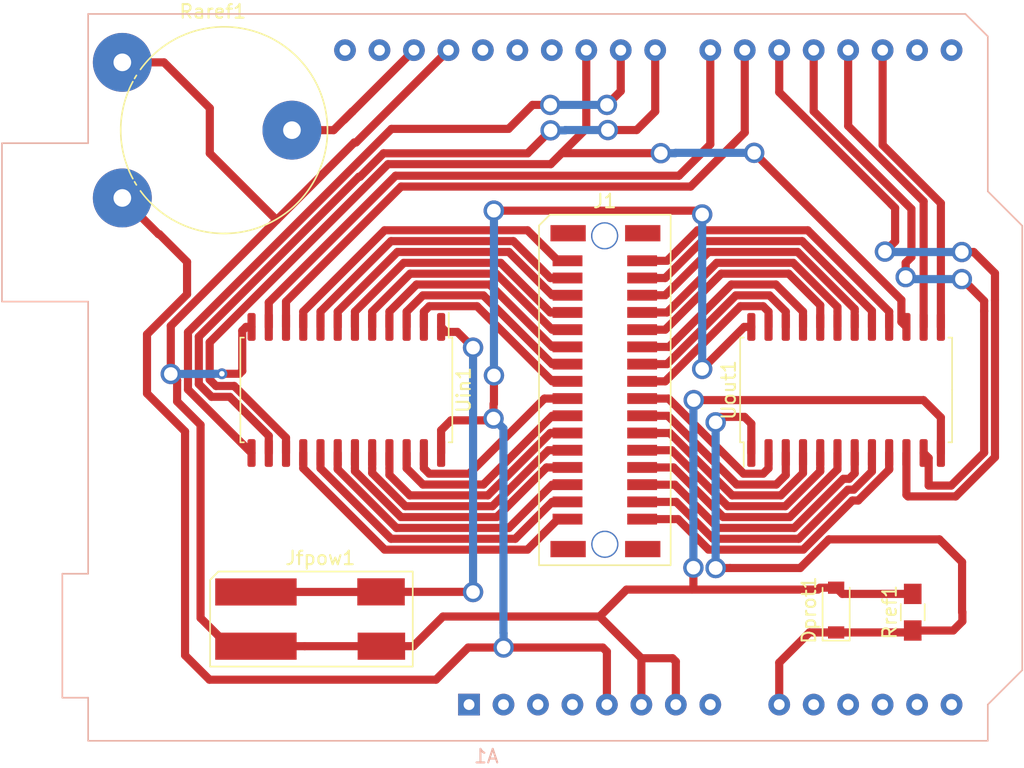
<source format=kicad_pcb>
(kicad_pcb (version 20171130) (host pcbnew 5.1.2)

  (general
    (thickness 1.6)
    (drawings 0)
    (tracks 413)
    (zones 0)
    (modules 8)
    (nets 64)
  )

  (page A4)
  (layers
    (0 F.Cu signal)
    (31 B.Cu signal)
    (32 B.Adhes user)
    (33 F.Adhes user)
    (34 B.Paste user)
    (35 F.Paste user)
    (36 B.SilkS user)
    (37 F.SilkS user)
    (38 B.Mask user)
    (39 F.Mask user)
    (40 Dwgs.User user)
    (41 Cmts.User user)
    (42 Eco1.User user)
    (43 Eco2.User user)
    (44 Edge.Cuts user)
    (45 Margin user)
    (46 B.CrtYd user)
    (47 F.CrtYd user)
    (48 B.Fab user)
    (49 F.Fab user)
  )

  (setup
    (last_trace_width 0.6)
    (user_trace_width 0.6)
    (trace_clearance 0.2)
    (zone_clearance 0.508)
    (zone_45_only no)
    (trace_min 0.2)
    (via_size 0.8)
    (via_drill 0.4)
    (via_min_size 0.4)
    (via_min_drill 0.3)
    (user_via 1.5 1)
    (uvia_size 0.3)
    (uvia_drill 0.1)
    (uvias_allowed no)
    (uvia_min_size 0.2)
    (uvia_min_drill 0.1)
    (edge_width 0.05)
    (segment_width 0.2)
    (pcb_text_width 0.3)
    (pcb_text_size 1.5 1.5)
    (mod_edge_width 0.12)
    (mod_text_size 1 1)
    (mod_text_width 0.15)
    (pad_size 4.34 4.34)
    (pad_drill 1.3)
    (pad_to_mask_clearance 0.051)
    (solder_mask_min_width 0.25)
    (aux_axis_origin 0 0)
    (visible_elements FFFFFF7F)
    (pcbplotparams
      (layerselection 0x010fc_ffffffff)
      (usegerberextensions false)
      (usegerberattributes false)
      (usegerberadvancedattributes false)
      (creategerberjobfile false)
      (excludeedgelayer true)
      (linewidth 0.100000)
      (plotframeref false)
      (viasonmask false)
      (mode 1)
      (useauxorigin false)
      (hpglpennumber 1)
      (hpglpenspeed 20)
      (hpglpendiameter 15.000000)
      (psnegative false)
      (psa4output false)
      (plotreference true)
      (plotvalue true)
      (plotinvisibletext false)
      (padsonsilk false)
      (subtractmaskfromsilk false)
      (outputformat 1)
      (mirror false)
      (drillshape 1)
      (scaleselection 1)
      (outputdirectory ""))
  )

  (net 0 "")
  (net 1 "Net-(Jfpow1-Pad1)")
  (net 2 GND)
  (net 3 "Net-(A1-Pad9)")
  (net 4 "Net-(J1-Pad32)")
  (net 5 "Net-(J1-Pad1)")
  (net 6 "Net-(J1-Pad31)")
  (net 7 "Net-(J1-Pad2)")
  (net 8 "Net-(J1-Pad30)")
  (net 9 "Net-(J1-Pad3)")
  (net 10 "Net-(J1-Pad29)")
  (net 11 "Net-(J1-Pad4)")
  (net 12 "Net-(J1-Pad28)")
  (net 13 "Net-(J1-Pad5)")
  (net 14 "Net-(J1-Pad27)")
  (net 15 "Net-(J1-Pad6)")
  (net 16 "Net-(J1-Pad26)")
  (net 17 "Net-(J1-Pad7)")
  (net 18 "Net-(J1-Pad25)")
  (net 19 "Net-(J1-Pad8)")
  (net 20 "Net-(J1-Pad24)")
  (net 21 "Net-(J1-Pad9)")
  (net 22 "Net-(J1-Pad23)")
  (net 23 "Net-(J1-Pad10)")
  (net 24 "Net-(J1-Pad22)")
  (net 25 "Net-(J1-Pad11)")
  (net 26 "Net-(J1-Pad21)")
  (net 27 "Net-(J1-Pad12)")
  (net 28 "Net-(J1-Pad20)")
  (net 29 "Net-(J1-Pad13)")
  (net 30 "Net-(J1-Pad19)")
  (net 31 "Net-(J1-Pad14)")
  (net 32 "Net-(J1-Pad18)")
  (net 33 "Net-(J1-Pad15)")
  (net 34 "Net-(J1-Pad17)")
  (net 35 "Net-(J1-Pad16)")
  (net 36 "Net-(A1-Pad32)")
  (net 37 "Net-(A1-Pad31)")
  (net 38 "Net-(A1-Pad1)")
  (net 39 /S0)
  (net 40 /S1)
  (net 41 "Net-(A1-Pad3)")
  (net 42 /S2)
  (net 43 "Net-(A1-Pad4)")
  (net 44 /S3)
  (net 45 +5V)
  (net 46 /S4)
  (net 47 /S5)
  (net 48 /S6)
  (net 49 "Net-(A1-Pad8)")
  (net 50 /S7)
  (net 51 /EN)
  (net 52 "Net-(A1-Pad10)")
  (net 53 "Net-(A1-Pad26)")
  (net 54 "Net-(A1-Pad11)")
  (net 55 "Net-(A1-Pad27)")
  (net 56 "Net-(A1-Pad12)")
  (net 57 "Net-(A1-Pad28)")
  (net 58 "Net-(A1-Pad13)")
  (net 59 "Net-(A1-Pad14)")
  (net 60 "Net-(A1-Pad15)")
  (net 61 "Net-(A1-Pad16)")
  (net 62 "Net-(A1-Pad2)")
  (net 63 "Net-(A1-Pad30)")

  (net_class Default "This is the default net class."
    (clearance 0.2)
    (trace_width 0.25)
    (via_dia 0.8)
    (via_drill 0.4)
    (uvia_dia 0.3)
    (uvia_drill 0.1)
    (add_net +5V)
    (add_net /EN)
    (add_net /S0)
    (add_net /S1)
    (add_net /S2)
    (add_net /S3)
    (add_net /S4)
    (add_net /S5)
    (add_net /S6)
    (add_net /S7)
    (add_net GND)
    (add_net "Net-(A1-Pad1)")
    (add_net "Net-(A1-Pad10)")
    (add_net "Net-(A1-Pad11)")
    (add_net "Net-(A1-Pad12)")
    (add_net "Net-(A1-Pad13)")
    (add_net "Net-(A1-Pad14)")
    (add_net "Net-(A1-Pad15)")
    (add_net "Net-(A1-Pad16)")
    (add_net "Net-(A1-Pad2)")
    (add_net "Net-(A1-Pad26)")
    (add_net "Net-(A1-Pad27)")
    (add_net "Net-(A1-Pad28)")
    (add_net "Net-(A1-Pad3)")
    (add_net "Net-(A1-Pad30)")
    (add_net "Net-(A1-Pad31)")
    (add_net "Net-(A1-Pad32)")
    (add_net "Net-(A1-Pad4)")
    (add_net "Net-(A1-Pad8)")
    (add_net "Net-(A1-Pad9)")
    (add_net "Net-(J1-Pad1)")
    (add_net "Net-(J1-Pad10)")
    (add_net "Net-(J1-Pad11)")
    (add_net "Net-(J1-Pad12)")
    (add_net "Net-(J1-Pad13)")
    (add_net "Net-(J1-Pad14)")
    (add_net "Net-(J1-Pad15)")
    (add_net "Net-(J1-Pad16)")
    (add_net "Net-(J1-Pad17)")
    (add_net "Net-(J1-Pad18)")
    (add_net "Net-(J1-Pad19)")
    (add_net "Net-(J1-Pad2)")
    (add_net "Net-(J1-Pad20)")
    (add_net "Net-(J1-Pad21)")
    (add_net "Net-(J1-Pad22)")
    (add_net "Net-(J1-Pad23)")
    (add_net "Net-(J1-Pad24)")
    (add_net "Net-(J1-Pad25)")
    (add_net "Net-(J1-Pad26)")
    (add_net "Net-(J1-Pad27)")
    (add_net "Net-(J1-Pad28)")
    (add_net "Net-(J1-Pad29)")
    (add_net "Net-(J1-Pad3)")
    (add_net "Net-(J1-Pad30)")
    (add_net "Net-(J1-Pad31)")
    (add_net "Net-(J1-Pad32)")
    (add_net "Net-(J1-Pad4)")
    (add_net "Net-(J1-Pad5)")
    (add_net "Net-(J1-Pad6)")
    (add_net "Net-(J1-Pad7)")
    (add_net "Net-(J1-Pad8)")
    (add_net "Net-(J1-Pad9)")
    (add_net "Net-(Jfpow1-Pad1)")
  )

  (module Potentiometer_THT:Potentiometer_Piher_PT-15-V02_Vertical (layer F.Cu) (tedit 5CD1F5C6) (tstamp 5CD2161A)
    (at 121.22404 80.33004)
    (descr "Potentiometer, vertical, Piher PT-15-V02, http://www.piher-nacesa.com/pdf/14-PT15v03.pdf")
    (tags "Potentiometer vertical Piher PT-15-V02")
    (path /5CD68CF7)
    (fp_text reference Raref1 (at 6.665 -13.75) (layer F.SilkS)
      (effects (font (size 1 1) (thickness 0.15)))
    )
    (fp_text value 10k (at 6.665 3.25) (layer F.Fab)
      (effects (font (size 1 1) (thickness 0.15)))
    )
    (fp_arc (start 7.5 -5) (end 7.5 2.62) (angle -234) (layer F.SilkS) (width 0.12))
    (fp_arc (start 7.5 -5) (end 1.039 -9.038) (angle -2) (layer F.SilkS) (width 0.12))
    (fp_arc (start 7.5 -5) (end 0.773 -8.578) (angle -56) (layer F.SilkS) (width 0.12))
    (fp_arc (start 7.5 -5) (end 0.901 -1.191) (angle -2) (layer F.SilkS) (width 0.12))
    (fp_arc (start 7.5 -5) (end 1.335 -0.522) (angle -55) (layer F.SilkS) (width 0.12))
    (fp_circle (center 7.5 -5) (end 15 -5) (layer F.Fab) (width 0.1))
    (fp_circle (center 7.5 -5) (end 9.7 -5) (layer F.Fab) (width 0.1))
    (fp_line (start -1.45 -12.75) (end -1.45 2.25) (layer F.CrtYd) (width 0.05))
    (fp_line (start -1.45 2.25) (end 14.75 2.25) (layer F.CrtYd) (width 0.05))
    (fp_line (start 14.75 2.25) (end 14.75 -12.75) (layer F.CrtYd) (width 0.05))
    (fp_line (start 14.75 -12.75) (end -1.45 -12.75) (layer F.CrtYd) (width 0.05))
    (fp_text user %R (at 1.2 -5 90) (layer F.Fab)
      (effects (font (size 1 1) (thickness 0.15)))
    )
    (pad 3 thru_hole circle (at 0 -10) (size 4.34 4.34) (drill 1.3) (layers *.Cu *.Mask)
      (net 2 GND))
    (pad 2 thru_hole circle (at 12.5 -5) (size 4.34 4.34) (drill 1.3) (layers *.Cu *.Mask)
      (net 63 "Net-(A1-Pad30)"))
    (pad 1 thru_hole circle (at 0 0) (size 4.34 4.34) (drill 1.3) (layers *.Cu *.Mask)
      (net 45 +5V))
    (model ${KISYS3DMOD}/Potentiometer_THT.3dshapes/Potentiometer_Piher_PT-15-V02_Vertical.wrl
      (at (xyz 0 0 0))
      (scale (xyz 1 1 1))
      (rotate (xyz 0 0 0))
    )
  )

  (module Module:Arduino_UNO_R3 (layer B.Cu) (tedit 58AB60FC) (tstamp 5CD06BF0)
    (at 146.7739 117.6909)
    (descr "Arduino UNO R3, http://www.mouser.com/pdfdocs/Gravitech_Arduino_Nano3_0.pdf")
    (tags "Arduino UNO R3")
    (path /5CCE519A)
    (fp_text reference A1 (at 1.27 3.81 -180) (layer B.SilkS)
      (effects (font (size 1 1) (thickness 0.15)) (justify mirror))
    )
    (fp_text value Arduino_UNO_R3 (at 0 -22.86) (layer B.Fab)
      (effects (font (size 1 1) (thickness 0.15)) (justify mirror))
    )
    (fp_text user %R (at 0 -20.32 -180) (layer B.Fab)
      (effects (font (size 1 1) (thickness 0.15)) (justify mirror))
    )
    (fp_line (start 38.35 2.79) (end 38.35 0) (layer B.CrtYd) (width 0.05))
    (fp_line (start 38.35 0) (end 40.89 -2.54) (layer B.CrtYd) (width 0.05))
    (fp_line (start 40.89 -2.54) (end 40.89 -35.31) (layer B.CrtYd) (width 0.05))
    (fp_line (start 40.89 -35.31) (end 38.35 -37.85) (layer B.CrtYd) (width 0.05))
    (fp_line (start 38.35 -37.85) (end 38.35 -49.28) (layer B.CrtYd) (width 0.05))
    (fp_line (start 38.35 -49.28) (end 36.58 -51.05) (layer B.CrtYd) (width 0.05))
    (fp_line (start 36.58 -51.05) (end -28.19 -51.05) (layer B.CrtYd) (width 0.05))
    (fp_line (start -28.19 -51.05) (end -28.19 -41.53) (layer B.CrtYd) (width 0.05))
    (fp_line (start -28.19 -41.53) (end -34.54 -41.53) (layer B.CrtYd) (width 0.05))
    (fp_line (start -34.54 -41.53) (end -34.54 -29.59) (layer B.CrtYd) (width 0.05))
    (fp_line (start -34.54 -29.59) (end -28.19 -29.59) (layer B.CrtYd) (width 0.05))
    (fp_line (start -28.19 -29.59) (end -28.19 -9.78) (layer B.CrtYd) (width 0.05))
    (fp_line (start -28.19 -9.78) (end -30.1 -9.78) (layer B.CrtYd) (width 0.05))
    (fp_line (start -30.1 -9.78) (end -30.1 -0.38) (layer B.CrtYd) (width 0.05))
    (fp_line (start -30.1 -0.38) (end -28.19 -0.38) (layer B.CrtYd) (width 0.05))
    (fp_line (start -28.19 -0.38) (end -28.19 2.79) (layer B.CrtYd) (width 0.05))
    (fp_line (start -28.19 2.79) (end 38.35 2.79) (layer B.CrtYd) (width 0.05))
    (fp_line (start 40.77 -35.31) (end 40.77 -2.54) (layer B.SilkS) (width 0.12))
    (fp_line (start 40.77 -2.54) (end 38.23 0) (layer B.SilkS) (width 0.12))
    (fp_line (start 38.23 0) (end 38.23 2.67) (layer B.SilkS) (width 0.12))
    (fp_line (start 38.23 2.67) (end -28.07 2.67) (layer B.SilkS) (width 0.12))
    (fp_line (start -28.07 2.67) (end -28.07 -0.51) (layer B.SilkS) (width 0.12))
    (fp_line (start -28.07 -0.51) (end -29.97 -0.51) (layer B.SilkS) (width 0.12))
    (fp_line (start -29.97 -0.51) (end -29.97 -9.65) (layer B.SilkS) (width 0.12))
    (fp_line (start -29.97 -9.65) (end -28.07 -9.65) (layer B.SilkS) (width 0.12))
    (fp_line (start -28.07 -9.65) (end -28.07 -29.72) (layer B.SilkS) (width 0.12))
    (fp_line (start -28.07 -29.72) (end -34.42 -29.72) (layer B.SilkS) (width 0.12))
    (fp_line (start -34.42 -29.72) (end -34.42 -41.4) (layer B.SilkS) (width 0.12))
    (fp_line (start -34.42 -41.4) (end -28.07 -41.4) (layer B.SilkS) (width 0.12))
    (fp_line (start -28.07 -41.4) (end -28.07 -50.93) (layer B.SilkS) (width 0.12))
    (fp_line (start -28.07 -50.93) (end 36.58 -50.93) (layer B.SilkS) (width 0.12))
    (fp_line (start 36.58 -50.93) (end 38.23 -49.28) (layer B.SilkS) (width 0.12))
    (fp_line (start 38.23 -49.28) (end 38.23 -37.85) (layer B.SilkS) (width 0.12))
    (fp_line (start 38.23 -37.85) (end 40.77 -35.31) (layer B.SilkS) (width 0.12))
    (fp_line (start -34.29 -29.84) (end -18.41 -29.84) (layer B.Fab) (width 0.1))
    (fp_line (start -18.41 -29.84) (end -18.41 -41.27) (layer B.Fab) (width 0.1))
    (fp_line (start -18.41 -41.27) (end -34.29 -41.27) (layer B.Fab) (width 0.1))
    (fp_line (start -34.29 -41.27) (end -34.29 -29.84) (layer B.Fab) (width 0.1))
    (fp_line (start -29.84 -0.64) (end -16.51 -0.64) (layer B.Fab) (width 0.1))
    (fp_line (start -16.51 -0.64) (end -16.51 -9.53) (layer B.Fab) (width 0.1))
    (fp_line (start -16.51 -9.53) (end -29.84 -9.53) (layer B.Fab) (width 0.1))
    (fp_line (start -29.84 -9.53) (end -29.84 -0.64) (layer B.Fab) (width 0.1))
    (fp_line (start 38.1 -37.85) (end 38.1 -49.28) (layer B.Fab) (width 0.1))
    (fp_line (start 40.64 -2.54) (end 40.64 -35.31) (layer B.Fab) (width 0.1))
    (fp_line (start 40.64 -35.31) (end 38.1 -37.85) (layer B.Fab) (width 0.1))
    (fp_line (start 38.1 2.54) (end 38.1 0) (layer B.Fab) (width 0.1))
    (fp_line (start 38.1 0) (end 40.64 -2.54) (layer B.Fab) (width 0.1))
    (fp_line (start 38.1 -49.28) (end 36.58 -50.8) (layer B.Fab) (width 0.1))
    (fp_line (start 36.58 -50.8) (end -27.94 -50.8) (layer B.Fab) (width 0.1))
    (fp_line (start -27.94 -50.8) (end -27.94 2.54) (layer B.Fab) (width 0.1))
    (fp_line (start -27.94 2.54) (end 38.1 2.54) (layer B.Fab) (width 0.1))
    (pad 32 thru_hole oval (at -9.14 -48.26 270) (size 1.6 1.6) (drill 0.8) (layers *.Cu *.Mask)
      (net 36 "Net-(A1-Pad32)"))
    (pad 31 thru_hole oval (at -6.6 -48.26 270) (size 1.6 1.6) (drill 0.8) (layers *.Cu *.Mask)
      (net 37 "Net-(A1-Pad31)"))
    (pad 1 thru_hole rect (at 0 0 270) (size 1.6 1.6) (drill 0.8) (layers *.Cu *.Mask)
      (net 38 "Net-(A1-Pad1)"))
    (pad 17 thru_hole oval (at 30.48 -48.26 270) (size 1.6 1.6) (drill 0.8) (layers *.Cu *.Mask)
      (net 39 /S0))
    (pad 2 thru_hole oval (at 2.54 0 270) (size 1.6 1.6) (drill 0.8) (layers *.Cu *.Mask)
      (net 62 "Net-(A1-Pad2)"))
    (pad 18 thru_hole oval (at 27.94 -48.26 270) (size 1.6 1.6) (drill 0.8) (layers *.Cu *.Mask)
      (net 40 /S1))
    (pad 3 thru_hole oval (at 5.08 0 270) (size 1.6 1.6) (drill 0.8) (layers *.Cu *.Mask)
      (net 41 "Net-(A1-Pad3)"))
    (pad 19 thru_hole oval (at 25.4 -48.26 270) (size 1.6 1.6) (drill 0.8) (layers *.Cu *.Mask)
      (net 42 /S2))
    (pad 4 thru_hole oval (at 7.62 0 270) (size 1.6 1.6) (drill 0.8) (layers *.Cu *.Mask)
      (net 43 "Net-(A1-Pad4)"))
    (pad 20 thru_hole oval (at 22.86 -48.26 270) (size 1.6 1.6) (drill 0.8) (layers *.Cu *.Mask)
      (net 44 /S3))
    (pad 5 thru_hole oval (at 10.16 0 270) (size 1.6 1.6) (drill 0.8) (layers *.Cu *.Mask)
      (net 45 +5V))
    (pad 21 thru_hole oval (at 20.32 -48.26 270) (size 1.6 1.6) (drill 0.8) (layers *.Cu *.Mask)
      (net 46 /S4))
    (pad 6 thru_hole oval (at 12.7 0 270) (size 1.6 1.6) (drill 0.8) (layers *.Cu *.Mask)
      (net 2 GND))
    (pad 22 thru_hole oval (at 17.78 -48.26 270) (size 1.6 1.6) (drill 0.8) (layers *.Cu *.Mask)
      (net 47 /S5))
    (pad 7 thru_hole oval (at 15.24 0 270) (size 1.6 1.6) (drill 0.8) (layers *.Cu *.Mask)
      (net 2 GND))
    (pad 23 thru_hole oval (at 13.72 -48.26 270) (size 1.6 1.6) (drill 0.8) (layers *.Cu *.Mask)
      (net 48 /S6))
    (pad 8 thru_hole oval (at 17.78 0 270) (size 1.6 1.6) (drill 0.8) (layers *.Cu *.Mask)
      (net 49 "Net-(A1-Pad8)"))
    (pad 24 thru_hole oval (at 11.18 -48.26 270) (size 1.6 1.6) (drill 0.8) (layers *.Cu *.Mask)
      (net 50 /S7))
    (pad 9 thru_hole oval (at 22.86 0 270) (size 1.6 1.6) (drill 0.8) (layers *.Cu *.Mask)
      (net 3 "Net-(A1-Pad9)"))
    (pad 25 thru_hole oval (at 8.64 -48.26 270) (size 1.6 1.6) (drill 0.8) (layers *.Cu *.Mask)
      (net 51 /EN))
    (pad 10 thru_hole oval (at 25.4 0 270) (size 1.6 1.6) (drill 0.8) (layers *.Cu *.Mask)
      (net 52 "Net-(A1-Pad10)"))
    (pad 26 thru_hole oval (at 6.1 -48.26 270) (size 1.6 1.6) (drill 0.8) (layers *.Cu *.Mask)
      (net 53 "Net-(A1-Pad26)"))
    (pad 11 thru_hole oval (at 27.94 0 270) (size 1.6 1.6) (drill 0.8) (layers *.Cu *.Mask)
      (net 54 "Net-(A1-Pad11)"))
    (pad 27 thru_hole oval (at 3.56 -48.26 270) (size 1.6 1.6) (drill 0.8) (layers *.Cu *.Mask)
      (net 55 "Net-(A1-Pad27)"))
    (pad 12 thru_hole oval (at 30.48 0 270) (size 1.6 1.6) (drill 0.8) (layers *.Cu *.Mask)
      (net 56 "Net-(A1-Pad12)"))
    (pad 28 thru_hole oval (at 1.02 -48.26 270) (size 1.6 1.6) (drill 0.8) (layers *.Cu *.Mask)
      (net 57 "Net-(A1-Pad28)"))
    (pad 13 thru_hole oval (at 33.02 0 270) (size 1.6 1.6) (drill 0.8) (layers *.Cu *.Mask)
      (net 58 "Net-(A1-Pad13)"))
    (pad 29 thru_hole oval (at -1.52 -48.26 270) (size 1.6 1.6) (drill 0.8) (layers *.Cu *.Mask)
      (net 2 GND))
    (pad 14 thru_hole oval (at 35.56 0 270) (size 1.6 1.6) (drill 0.8) (layers *.Cu *.Mask)
      (net 59 "Net-(A1-Pad14)"))
    (pad 30 thru_hole oval (at -4.06 -48.26 270) (size 1.6 1.6) (drill 0.8) (layers *.Cu *.Mask)
      (net 63 "Net-(A1-Pad30)"))
    (pad 15 thru_hole oval (at 35.56 -48.26 270) (size 1.6 1.6) (drill 0.8) (layers *.Cu *.Mask)
      (net 60 "Net-(A1-Pad15)"))
    (pad 16 thru_hole oval (at 33.02 -48.26 270) (size 1.6 1.6) (drill 0.8) (layers *.Cu *.Mask)
      (net 61 "Net-(A1-Pad16)"))
    (model ${KISYS3DMOD}/Module.3dshapes/Arduino_UNO_R3.wrl
      (at (xyz 0 0 0))
      (scale (xyz 1 1 1))
      (rotate (xyz 0 0 0))
    )
  )

  (module Diodes_SMD:D_SOD-123 (layer F.Cu) (tedit 58645DC7) (tstamp 5CD06B39)
    (at 173.82744 110.7196 90)
    (descr SOD-123)
    (tags SOD-123)
    (path /5CDA8F07)
    (attr smd)
    (fp_text reference Dprot1 (at 0 -2 90) (layer F.SilkS)
      (effects (font (size 1 1) (thickness 0.15)))
    )
    (fp_text value BZT52Bxx (at 0 2.1 90) (layer F.Fab)
      (effects (font (size 1 1) (thickness 0.15)))
    )
    (fp_text user %R (at 0 -2 90) (layer F.Fab)
      (effects (font (size 1 1) (thickness 0.15)))
    )
    (fp_line (start -2.25 -1) (end -2.25 1) (layer F.SilkS) (width 0.12))
    (fp_line (start 0.25 0) (end 0.75 0) (layer F.Fab) (width 0.1))
    (fp_line (start 0.25 0.4) (end -0.35 0) (layer F.Fab) (width 0.1))
    (fp_line (start 0.25 -0.4) (end 0.25 0.4) (layer F.Fab) (width 0.1))
    (fp_line (start -0.35 0) (end 0.25 -0.4) (layer F.Fab) (width 0.1))
    (fp_line (start -0.35 0) (end -0.35 0.55) (layer F.Fab) (width 0.1))
    (fp_line (start -0.35 0) (end -0.35 -0.55) (layer F.Fab) (width 0.1))
    (fp_line (start -0.75 0) (end -0.35 0) (layer F.Fab) (width 0.1))
    (fp_line (start -1.4 0.9) (end -1.4 -0.9) (layer F.Fab) (width 0.1))
    (fp_line (start 1.4 0.9) (end -1.4 0.9) (layer F.Fab) (width 0.1))
    (fp_line (start 1.4 -0.9) (end 1.4 0.9) (layer F.Fab) (width 0.1))
    (fp_line (start -1.4 -0.9) (end 1.4 -0.9) (layer F.Fab) (width 0.1))
    (fp_line (start -2.35 -1.15) (end 2.35 -1.15) (layer F.CrtYd) (width 0.05))
    (fp_line (start 2.35 -1.15) (end 2.35 1.15) (layer F.CrtYd) (width 0.05))
    (fp_line (start 2.35 1.15) (end -2.35 1.15) (layer F.CrtYd) (width 0.05))
    (fp_line (start -2.35 -1.15) (end -2.35 1.15) (layer F.CrtYd) (width 0.05))
    (fp_line (start -2.25 1) (end 1.65 1) (layer F.SilkS) (width 0.12))
    (fp_line (start -2.25 -1) (end 1.65 -1) (layer F.SilkS) (width 0.12))
    (pad 1 smd rect (at -1.65 0 90) (size 0.9 1.2) (layers F.Cu F.Paste F.Mask)
      (net 3 "Net-(A1-Pad9)"))
    (pad 2 smd rect (at 1.65 0 90) (size 0.9 1.2) (layers F.Cu F.Paste F.Mask)
      (net 2 GND))
    (model ${KISYS3DMOD}/Diodes_SMD.3dshapes/D_SOD-123.wrl
      (at (xyz 0 0 0))
      (scale (xyz 1 1 1))
      (rotate (xyz 0 0 0))
    )
  )

  (module Resistors_SMD:R_0805_HandSoldering (layer F.Cu) (tedit 58E0A804) (tstamp 5CDD1A76)
    (at 179.47132 110.87736 90)
    (descr "Resistor SMD 0805, hand soldering")
    (tags "resistor 0805")
    (path /5CDBA01B)
    (attr smd)
    (fp_text reference Rref1 (at 0 -1.7 90) (layer F.SilkS)
      (effects (font (size 1 1) (thickness 0.15)))
    )
    (fp_text value R (at 0 1.75 90) (layer F.Fab)
      (effects (font (size 1 1) (thickness 0.15)))
    )
    (fp_line (start 2.35 0.9) (end -2.35 0.9) (layer F.CrtYd) (width 0.05))
    (fp_line (start 2.35 0.9) (end 2.35 -0.9) (layer F.CrtYd) (width 0.05))
    (fp_line (start -2.35 -0.9) (end -2.35 0.9) (layer F.CrtYd) (width 0.05))
    (fp_line (start -2.35 -0.9) (end 2.35 -0.9) (layer F.CrtYd) (width 0.05))
    (fp_line (start -0.6 -0.88) (end 0.6 -0.88) (layer F.SilkS) (width 0.12))
    (fp_line (start 0.6 0.88) (end -0.6 0.88) (layer F.SilkS) (width 0.12))
    (fp_line (start -1 -0.62) (end 1 -0.62) (layer F.Fab) (width 0.1))
    (fp_line (start 1 -0.62) (end 1 0.62) (layer F.Fab) (width 0.1))
    (fp_line (start 1 0.62) (end -1 0.62) (layer F.Fab) (width 0.1))
    (fp_line (start -1 0.62) (end -1 -0.62) (layer F.Fab) (width 0.1))
    (fp_text user %R (at 0 0 90) (layer F.Fab)
      (effects (font (size 0.5 0.5) (thickness 0.075)))
    )
    (pad 2 smd rect (at 1.35 0 90) (size 1.5 1.3) (layers F.Cu F.Paste F.Mask)
      (net 2 GND))
    (pad 1 smd rect (at -1.35 0 90) (size 1.5 1.3) (layers F.Cu F.Paste F.Mask)
      (net 3 "Net-(A1-Pad9)"))
    (model ${KISYS3DMOD}/Resistors_SMD.3dshapes/R_0805.wrl
      (at (xyz 0 0 0))
      (scale (xyz 1 1 1))
      (rotate (xyz 0 0 0))
    )
  )

  (module One27:One27_male_32pin (layer F.Cu) (tedit 5CCF1707) (tstamp 5CD06682)
    (at 156.7815 94.488 270)
    (path /5CECD716)
    (attr smd)
    (fp_text reference J1 (at -13.925 0) (layer F.SilkS)
      (effects (font (size 1 1) (thickness 0.15)))
    )
    (fp_text value Conn_02x16_Counter_Clockwise (at 0 0 90) (layer F.Fab)
      (effects (font (size 1 1) (thickness 0.15)))
    )
    (fp_line (start -12.125 4.85) (end -12.925 4.05) (layer F.SilkS) (width 0.12))
    (fp_line (start -12.925 4.05) (end -12.925 -4.85) (layer F.SilkS) (width 0.12))
    (fp_line (start -12.925 -4.85) (end 12.925 -4.85) (layer F.SilkS) (width 0.12))
    (fp_line (start 12.925 -4.85) (end 12.925 4.85) (layer F.SilkS) (width 0.12))
    (fp_line (start 12.925 4.85) (end -12.125 4.85) (layer F.SilkS) (width 0.12))
    (fp_line (start -10.18 -4.1) (end 10.18 -4.1) (layer F.CrtYd) (width 0.05))
    (fp_line (start 10.18 -4.1) (end 10.18 4.1) (layer F.CrtYd) (width 0.05))
    (fp_line (start 10.18 4.1) (end -10.18 4.1) (layer F.CrtYd) (width 0.05))
    (fp_line (start -10.18 4.1) (end -10.18 -4.1) (layer F.CrtYd) (width 0.05))
    (fp_circle (center -11.375 0) (end -10.575 0) (layer F.SilkS) (width 0.15))
    (fp_circle (center 11.375 0) (end 12.175 0) (layer F.SilkS) (width 0.15))
    (pad 32 smd rect (at -9.525 -2.75 270) (size 0.8 2.2) (layers F.Cu F.Paste F.Mask)
      (net 4 "Net-(J1-Pad32)"))
    (pad 1 smd rect (at -9.525 2.75 270) (size 0.8 2.2) (layers F.Cu F.Paste F.Mask)
      (net 5 "Net-(J1-Pad1)"))
    (pad 31 smd rect (at -8.255 -2.75 270) (size 0.8 2.2) (layers F.Cu F.Paste F.Mask)
      (net 6 "Net-(J1-Pad31)"))
    (pad 2 smd rect (at -8.255 2.75 270) (size 0.8 2.2) (layers F.Cu F.Paste F.Mask)
      (net 7 "Net-(J1-Pad2)"))
    (pad 30 smd rect (at -6.985 -2.75 270) (size 0.8 2.2) (layers F.Cu F.Paste F.Mask)
      (net 8 "Net-(J1-Pad30)"))
    (pad 3 smd rect (at -6.985 2.75 270) (size 0.8 2.2) (layers F.Cu F.Paste F.Mask)
      (net 9 "Net-(J1-Pad3)"))
    (pad 29 smd rect (at -5.715 -2.75 270) (size 0.8 2.2) (layers F.Cu F.Paste F.Mask)
      (net 10 "Net-(J1-Pad29)"))
    (pad 4 smd rect (at -5.715 2.75 270) (size 0.8 2.2) (layers F.Cu F.Paste F.Mask)
      (net 11 "Net-(J1-Pad4)"))
    (pad 28 smd rect (at -4.445 -2.75 270) (size 0.8 2.2) (layers F.Cu F.Paste F.Mask)
      (net 12 "Net-(J1-Pad28)"))
    (pad 5 smd rect (at -4.445 2.75 270) (size 0.8 2.2) (layers F.Cu F.Paste F.Mask)
      (net 13 "Net-(J1-Pad5)"))
    (pad 27 smd rect (at -3.175 -2.75 270) (size 0.8 2.2) (layers F.Cu F.Paste F.Mask)
      (net 14 "Net-(J1-Pad27)"))
    (pad 6 smd rect (at -3.175 2.75 270) (size 0.8 2.2) (layers F.Cu F.Paste F.Mask)
      (net 15 "Net-(J1-Pad6)"))
    (pad 26 smd rect (at -1.905 -2.75 270) (size 0.8 2.2) (layers F.Cu F.Paste F.Mask)
      (net 16 "Net-(J1-Pad26)"))
    (pad 7 smd rect (at -1.905 2.75 270) (size 0.8 2.2) (layers F.Cu F.Paste F.Mask)
      (net 17 "Net-(J1-Pad7)"))
    (pad 25 smd rect (at -0.635 -2.75 270) (size 0.8 2.2) (layers F.Cu F.Paste F.Mask)
      (net 18 "Net-(J1-Pad25)"))
    (pad 8 smd rect (at -0.635 2.75 270) (size 0.8 2.2) (layers F.Cu F.Paste F.Mask)
      (net 19 "Net-(J1-Pad8)"))
    (pad 24 smd rect (at 0.635 -2.75 270) (size 0.8 2.2) (layers F.Cu F.Paste F.Mask)
      (net 20 "Net-(J1-Pad24)"))
    (pad 9 smd rect (at 0.635 2.75 270) (size 0.8 2.2) (layers F.Cu F.Paste F.Mask)
      (net 21 "Net-(J1-Pad9)"))
    (pad 23 smd rect (at 1.905 -2.75 270) (size 0.8 2.2) (layers F.Cu F.Paste F.Mask)
      (net 22 "Net-(J1-Pad23)"))
    (pad 10 smd rect (at 1.905 2.75 270) (size 0.8 2.2) (layers F.Cu F.Paste F.Mask)
      (net 23 "Net-(J1-Pad10)"))
    (pad 22 smd rect (at 3.175 -2.75 270) (size 0.8 2.2) (layers F.Cu F.Paste F.Mask)
      (net 24 "Net-(J1-Pad22)"))
    (pad 11 smd rect (at 3.175 2.75 270) (size 0.8 2.2) (layers F.Cu F.Paste F.Mask)
      (net 25 "Net-(J1-Pad11)"))
    (pad 21 smd rect (at 4.445 -2.75 270) (size 0.8 2.2) (layers F.Cu F.Paste F.Mask)
      (net 26 "Net-(J1-Pad21)"))
    (pad 12 smd rect (at 4.445 2.75 270) (size 0.8 2.2) (layers F.Cu F.Paste F.Mask)
      (net 27 "Net-(J1-Pad12)"))
    (pad 20 smd rect (at 5.715 -2.75 270) (size 0.8 2.2) (layers F.Cu F.Paste F.Mask)
      (net 28 "Net-(J1-Pad20)"))
    (pad 13 smd rect (at 5.715 2.75 270) (size 0.8 2.2) (layers F.Cu F.Paste F.Mask)
      (net 29 "Net-(J1-Pad13)"))
    (pad 19 smd rect (at 6.985 -2.75 270) (size 0.8 2.2) (layers F.Cu F.Paste F.Mask)
      (net 30 "Net-(J1-Pad19)"))
    (pad 14 smd rect (at 6.985 2.75 270) (size 0.8 2.2) (layers F.Cu F.Paste F.Mask)
      (net 31 "Net-(J1-Pad14)"))
    (pad 18 smd rect (at 8.255 -2.75 270) (size 0.8 2.2) (layers F.Cu F.Paste F.Mask)
      (net 32 "Net-(J1-Pad18)"))
    (pad 15 smd rect (at 8.255 2.75 270) (size 0.8 2.2) (layers F.Cu F.Paste F.Mask)
      (net 33 "Net-(J1-Pad15)"))
    (pad 17 smd rect (at 9.525 -2.75 270) (size 0.8 2.2) (layers F.Cu F.Paste F.Mask)
      (net 34 "Net-(J1-Pad17)"))
    (pad 16 smd rect (at 9.525 2.75 270) (size 0.8 2.2) (layers F.Cu F.Paste F.Mask)
      (net 35 "Net-(J1-Pad16)"))
    (pad "" smd rect (at -11.557 -2.794 270) (size 1.2 2.6) (layers F.Cu F.Paste F.Mask))
    (pad "" smd rect (at 11.735 -2.794 270) (size 1.2 2.6) (layers F.Cu F.Paste F.Mask))
    (pad "" smd rect (at -11.557 2.706 270) (size 1.2 2.6) (layers F.Cu F.Paste F.Mask))
    (pad "" smd rect (at 11.735 2.706 270) (size 1.2 2.6) (layers F.Cu F.Paste F.Mask))
  )

  (module Package_SO:SOIC-24W_7.5x15.4mm_P1.27mm (layer F.Cu) (tedit 5C97300E) (tstamp 5CD06027)
    (at 137.7315 94.488 270)
    (descr "SOIC, 24 Pin (JEDEC MS-013AD, https://www.analog.com/media/en/package-pcb-resources/package/pkg_pdf/soic_wide-rw/RW_24.pdf), generated with kicad-footprint-generator ipc_gullwing_generator.py")
    (tags "SOIC SO")
    (path /5CCDB80B)
    (attr smd)
    (fp_text reference Uin1 (at 0 -8.65 90) (layer F.SilkS)
      (effects (font (size 1 1) (thickness 0.15)))
    )
    (fp_text value CD74HC4067M (at 0 8.65 90) (layer F.Fab)
      (effects (font (size 1 1) (thickness 0.15)))
    )
    (fp_line (start 0 7.81) (end 3.86 7.81) (layer F.SilkS) (width 0.12))
    (fp_line (start 3.86 7.81) (end 3.86 7.545) (layer F.SilkS) (width 0.12))
    (fp_line (start 0 7.81) (end -3.86 7.81) (layer F.SilkS) (width 0.12))
    (fp_line (start -3.86 7.81) (end -3.86 7.545) (layer F.SilkS) (width 0.12))
    (fp_line (start 0 -7.81) (end 3.86 -7.81) (layer F.SilkS) (width 0.12))
    (fp_line (start 3.86 -7.81) (end 3.86 -7.545) (layer F.SilkS) (width 0.12))
    (fp_line (start 0 -7.81) (end -3.86 -7.81) (layer F.SilkS) (width 0.12))
    (fp_line (start -3.86 -7.81) (end -3.86 -7.545) (layer F.SilkS) (width 0.12))
    (fp_line (start -3.86 -7.545) (end -5.675 -7.545) (layer F.SilkS) (width 0.12))
    (fp_line (start -2.75 -7.7) (end 3.75 -7.7) (layer F.Fab) (width 0.1))
    (fp_line (start 3.75 -7.7) (end 3.75 7.7) (layer F.Fab) (width 0.1))
    (fp_line (start 3.75 7.7) (end -3.75 7.7) (layer F.Fab) (width 0.1))
    (fp_line (start -3.75 7.7) (end -3.75 -6.7) (layer F.Fab) (width 0.1))
    (fp_line (start -3.75 -6.7) (end -2.75 -7.7) (layer F.Fab) (width 0.1))
    (fp_line (start -5.93 -7.95) (end -5.93 7.95) (layer F.CrtYd) (width 0.05))
    (fp_line (start -5.93 7.95) (end 5.93 7.95) (layer F.CrtYd) (width 0.05))
    (fp_line (start 5.93 7.95) (end 5.93 -7.95) (layer F.CrtYd) (width 0.05))
    (fp_line (start 5.93 -7.95) (end -5.93 -7.95) (layer F.CrtYd) (width 0.05))
    (fp_text user %R (at 0 0 90) (layer F.Fab)
      (effects (font (size 1 1) (thickness 0.15)))
    )
    (pad 1 smd roundrect (at -4.65 -6.985 270) (size 2.05 0.6) (layers F.Cu F.Paste F.Mask) (roundrect_rratio 0.25)
      (net 1 "Net-(Jfpow1-Pad1)"))
    (pad 2 smd roundrect (at -4.65 -5.715 270) (size 2.05 0.6) (layers F.Cu F.Paste F.Mask) (roundrect_rratio 0.25)
      (net 19 "Net-(J1-Pad8)"))
    (pad 3 smd roundrect (at -4.65 -4.445 270) (size 2.05 0.6) (layers F.Cu F.Paste F.Mask) (roundrect_rratio 0.25)
      (net 17 "Net-(J1-Pad7)"))
    (pad 4 smd roundrect (at -4.65 -3.175 270) (size 2.05 0.6) (layers F.Cu F.Paste F.Mask) (roundrect_rratio 0.25)
      (net 15 "Net-(J1-Pad6)"))
    (pad 5 smd roundrect (at -4.65 -1.905 270) (size 2.05 0.6) (layers F.Cu F.Paste F.Mask) (roundrect_rratio 0.25)
      (net 13 "Net-(J1-Pad5)"))
    (pad 6 smd roundrect (at -4.65 -0.635 270) (size 2.05 0.6) (layers F.Cu F.Paste F.Mask) (roundrect_rratio 0.25)
      (net 11 "Net-(J1-Pad4)"))
    (pad 7 smd roundrect (at -4.65 0.635 270) (size 2.05 0.6) (layers F.Cu F.Paste F.Mask) (roundrect_rratio 0.25)
      (net 9 "Net-(J1-Pad3)"))
    (pad 8 smd roundrect (at -4.65 1.905 270) (size 2.05 0.6) (layers F.Cu F.Paste F.Mask) (roundrect_rratio 0.25)
      (net 7 "Net-(J1-Pad2)"))
    (pad 9 smd roundrect (at -4.65 3.175 270) (size 2.05 0.6) (layers F.Cu F.Paste F.Mask) (roundrect_rratio 0.25)
      (net 5 "Net-(J1-Pad1)"))
    (pad 10 smd roundrect (at -4.65 4.445 270) (size 2.05 0.6) (layers F.Cu F.Paste F.Mask) (roundrect_rratio 0.25)
      (net 46 /S4))
    (pad 11 smd roundrect (at -4.65 5.715 270) (size 2.05 0.6) (layers F.Cu F.Paste F.Mask) (roundrect_rratio 0.25)
      (net 47 /S5))
    (pad 12 smd roundrect (at -4.65 6.985 270) (size 2.05 0.6) (layers F.Cu F.Paste F.Mask) (roundrect_rratio 0.25)
      (net 2 GND))
    (pad 13 smd roundrect (at 4.65 6.985 270) (size 2.05 0.6) (layers F.Cu F.Paste F.Mask) (roundrect_rratio 0.25)
      (net 50 /S7))
    (pad 14 smd roundrect (at 4.65 5.715 270) (size 2.05 0.6) (layers F.Cu F.Paste F.Mask) (roundrect_rratio 0.25)
      (net 48 /S6))
    (pad 15 smd roundrect (at 4.65 4.445 270) (size 2.05 0.6) (layers F.Cu F.Paste F.Mask) (roundrect_rratio 0.25)
      (net 51 /EN))
    (pad 16 smd roundrect (at 4.65 3.175 270) (size 2.05 0.6) (layers F.Cu F.Paste F.Mask) (roundrect_rratio 0.25)
      (net 35 "Net-(J1-Pad16)"))
    (pad 17 smd roundrect (at 4.65 1.905 270) (size 2.05 0.6) (layers F.Cu F.Paste F.Mask) (roundrect_rratio 0.25)
      (net 33 "Net-(J1-Pad15)"))
    (pad 18 smd roundrect (at 4.65 0.635 270) (size 2.05 0.6) (layers F.Cu F.Paste F.Mask) (roundrect_rratio 0.25)
      (net 31 "Net-(J1-Pad14)"))
    (pad 19 smd roundrect (at 4.65 -0.635 270) (size 2.05 0.6) (layers F.Cu F.Paste F.Mask) (roundrect_rratio 0.25)
      (net 29 "Net-(J1-Pad13)"))
    (pad 20 smd roundrect (at 4.65 -1.905 270) (size 2.05 0.6) (layers F.Cu F.Paste F.Mask) (roundrect_rratio 0.25)
      (net 27 "Net-(J1-Pad12)"))
    (pad 21 smd roundrect (at 4.65 -3.175 270) (size 2.05 0.6) (layers F.Cu F.Paste F.Mask) (roundrect_rratio 0.25)
      (net 25 "Net-(J1-Pad11)"))
    (pad 22 smd roundrect (at 4.65 -4.445 270) (size 2.05 0.6) (layers F.Cu F.Paste F.Mask) (roundrect_rratio 0.25)
      (net 23 "Net-(J1-Pad10)"))
    (pad 23 smd roundrect (at 4.65 -5.715 270) (size 2.05 0.6) (layers F.Cu F.Paste F.Mask) (roundrect_rratio 0.25)
      (net 21 "Net-(J1-Pad9)"))
    (pad 24 smd roundrect (at 4.65 -6.985 270) (size 2.05 0.6) (layers F.Cu F.Paste F.Mask) (roundrect_rratio 0.25)
      (net 45 +5V))
    (model ${KISYS3DMOD}/Package_SO.3dshapes/SOIC-24W_7.5x15.4mm_P1.27mm.wrl
      (at (xyz 0 0 0))
      (scale (xyz 1 1 1))
      (rotate (xyz 0 0 0))
    )
  )

  (module Package_SO:SOIC-24W_7.5x15.4mm_P1.27mm (layer F.Cu) (tedit 5C97300E) (tstamp 5CD0768C)
    (at 174.5615 94.488 90)
    (descr "SOIC, 24 Pin (JEDEC MS-013AD, https://www.analog.com/media/en/package-pcb-resources/package/pkg_pdf/soic_wide-rw/RW_24.pdf), generated with kicad-footprint-generator ipc_gullwing_generator.py")
    (tags "SOIC SO")
    (path /5CCDC541)
    (attr smd)
    (fp_text reference Uout1 (at 0 -8.65 90) (layer F.SilkS)
      (effects (font (size 1 1) (thickness 0.15)))
    )
    (fp_text value CD74HC4067M (at 0 8.65 90) (layer F.Fab)
      (effects (font (size 1 1) (thickness 0.15)))
    )
    (fp_text user %R (at 0 0 90) (layer F.Fab)
      (effects (font (size 1 1) (thickness 0.15)))
    )
    (fp_line (start 5.93 -7.95) (end -5.93 -7.95) (layer F.CrtYd) (width 0.05))
    (fp_line (start 5.93 7.95) (end 5.93 -7.95) (layer F.CrtYd) (width 0.05))
    (fp_line (start -5.93 7.95) (end 5.93 7.95) (layer F.CrtYd) (width 0.05))
    (fp_line (start -5.93 -7.95) (end -5.93 7.95) (layer F.CrtYd) (width 0.05))
    (fp_line (start -3.75 -6.7) (end -2.75 -7.7) (layer F.Fab) (width 0.1))
    (fp_line (start -3.75 7.7) (end -3.75 -6.7) (layer F.Fab) (width 0.1))
    (fp_line (start 3.75 7.7) (end -3.75 7.7) (layer F.Fab) (width 0.1))
    (fp_line (start 3.75 -7.7) (end 3.75 7.7) (layer F.Fab) (width 0.1))
    (fp_line (start -2.75 -7.7) (end 3.75 -7.7) (layer F.Fab) (width 0.1))
    (fp_line (start -3.86 -7.545) (end -5.675 -7.545) (layer F.SilkS) (width 0.12))
    (fp_line (start -3.86 -7.81) (end -3.86 -7.545) (layer F.SilkS) (width 0.12))
    (fp_line (start 0 -7.81) (end -3.86 -7.81) (layer F.SilkS) (width 0.12))
    (fp_line (start 3.86 -7.81) (end 3.86 -7.545) (layer F.SilkS) (width 0.12))
    (fp_line (start 0 -7.81) (end 3.86 -7.81) (layer F.SilkS) (width 0.12))
    (fp_line (start -3.86 7.81) (end -3.86 7.545) (layer F.SilkS) (width 0.12))
    (fp_line (start 0 7.81) (end -3.86 7.81) (layer F.SilkS) (width 0.12))
    (fp_line (start 3.86 7.81) (end 3.86 7.545) (layer F.SilkS) (width 0.12))
    (fp_line (start 0 7.81) (end 3.86 7.81) (layer F.SilkS) (width 0.12))
    (pad 24 smd roundrect (at 4.65 -6.985 90) (size 2.05 0.6) (layers F.Cu F.Paste F.Mask) (roundrect_rratio 0.25)
      (net 45 +5V))
    (pad 23 smd roundrect (at 4.65 -5.715 90) (size 2.05 0.6) (layers F.Cu F.Paste F.Mask) (roundrect_rratio 0.25)
      (net 18 "Net-(J1-Pad25)"))
    (pad 22 smd roundrect (at 4.65 -4.445 90) (size 2.05 0.6) (layers F.Cu F.Paste F.Mask) (roundrect_rratio 0.25)
      (net 16 "Net-(J1-Pad26)"))
    (pad 21 smd roundrect (at 4.65 -3.175 90) (size 2.05 0.6) (layers F.Cu F.Paste F.Mask) (roundrect_rratio 0.25)
      (net 14 "Net-(J1-Pad27)"))
    (pad 20 smd roundrect (at 4.65 -1.905 90) (size 2.05 0.6) (layers F.Cu F.Paste F.Mask) (roundrect_rratio 0.25)
      (net 12 "Net-(J1-Pad28)"))
    (pad 19 smd roundrect (at 4.65 -0.635 90) (size 2.05 0.6) (layers F.Cu F.Paste F.Mask) (roundrect_rratio 0.25)
      (net 10 "Net-(J1-Pad29)"))
    (pad 18 smd roundrect (at 4.65 0.635 90) (size 2.05 0.6) (layers F.Cu F.Paste F.Mask) (roundrect_rratio 0.25)
      (net 8 "Net-(J1-Pad30)"))
    (pad 17 smd roundrect (at 4.65 1.905 90) (size 2.05 0.6) (layers F.Cu F.Paste F.Mask) (roundrect_rratio 0.25)
      (net 6 "Net-(J1-Pad31)"))
    (pad 16 smd roundrect (at 4.65 3.175 90) (size 2.05 0.6) (layers F.Cu F.Paste F.Mask) (roundrect_rratio 0.25)
      (net 4 "Net-(J1-Pad32)"))
    (pad 15 smd roundrect (at 4.65 4.445 90) (size 2.05 0.6) (layers F.Cu F.Paste F.Mask) (roundrect_rratio 0.25)
      (net 51 /EN))
    (pad 14 smd roundrect (at 4.65 5.715 90) (size 2.05 0.6) (layers F.Cu F.Paste F.Mask) (roundrect_rratio 0.25)
      (net 40 /S1))
    (pad 13 smd roundrect (at 4.65 6.985 90) (size 2.05 0.6) (layers F.Cu F.Paste F.Mask) (roundrect_rratio 0.25)
      (net 39 /S0))
    (pad 12 smd roundrect (at -4.65 6.985 90) (size 2.05 0.6) (layers F.Cu F.Paste F.Mask) (roundrect_rratio 0.25)
      (net 2 GND))
    (pad 11 smd roundrect (at -4.65 5.715 90) (size 2.05 0.6) (layers F.Cu F.Paste F.Mask) (roundrect_rratio 0.25)
      (net 42 /S2))
    (pad 10 smd roundrect (at -4.65 4.445 90) (size 2.05 0.6) (layers F.Cu F.Paste F.Mask) (roundrect_rratio 0.25)
      (net 44 /S3))
    (pad 9 smd roundrect (at -4.65 3.175 90) (size 2.05 0.6) (layers F.Cu F.Paste F.Mask) (roundrect_rratio 0.25)
      (net 34 "Net-(J1-Pad17)"))
    (pad 8 smd roundrect (at -4.65 1.905 90) (size 2.05 0.6) (layers F.Cu F.Paste F.Mask) (roundrect_rratio 0.25)
      (net 32 "Net-(J1-Pad18)"))
    (pad 7 smd roundrect (at -4.65 0.635 90) (size 2.05 0.6) (layers F.Cu F.Paste F.Mask) (roundrect_rratio 0.25)
      (net 30 "Net-(J1-Pad19)"))
    (pad 6 smd roundrect (at -4.65 -0.635 90) (size 2.05 0.6) (layers F.Cu F.Paste F.Mask) (roundrect_rratio 0.25)
      (net 28 "Net-(J1-Pad20)"))
    (pad 5 smd roundrect (at -4.65 -1.905 90) (size 2.05 0.6) (layers F.Cu F.Paste F.Mask) (roundrect_rratio 0.25)
      (net 26 "Net-(J1-Pad21)"))
    (pad 4 smd roundrect (at -4.65 -3.175 90) (size 2.05 0.6) (layers F.Cu F.Paste F.Mask) (roundrect_rratio 0.25)
      (net 24 "Net-(J1-Pad22)"))
    (pad 3 smd roundrect (at -4.65 -4.445 90) (size 2.05 0.6) (layers F.Cu F.Paste F.Mask) (roundrect_rratio 0.25)
      (net 22 "Net-(J1-Pad23)"))
    (pad 2 smd roundrect (at -4.65 -5.715 90) (size 2.05 0.6) (layers F.Cu F.Paste F.Mask) (roundrect_rratio 0.25)
      (net 20 "Net-(J1-Pad24)"))
    (pad 1 smd roundrect (at -4.65 -6.985 90) (size 2.05 0.6) (layers F.Cu F.Paste F.Mask) (roundrect_rratio 0.25)
      (net 3 "Net-(A1-Pad9)"))
    (model ${KISYS3DMOD}/Package_SO.3dshapes/SOIC-24W_7.5x15.4mm_P1.27mm.wrl
      (at (xyz 0 0 0))
      (scale (xyz 1 1 1))
      (rotate (xyz 0 0 0))
    )
  )

  (module polythene_sensor:MOLEX_104188 (layer F.Cu) (tedit 5CD1B4C0) (tstamp 5CD215BF)
    (at 135.81888 111.38408 270)
    (path /5CD4E46C)
    (attr smd)
    (fp_text reference Jfpow1 (at -4.5 0) (layer F.SilkS)
      (effects (font (size 1 1) (thickness 0.15)))
    )
    (fp_text value Conn_01x02 (at 0 0) (layer F.Fab)
      (effects (font (size 1 1) (thickness 0.11)))
    )
    (fp_line (start -2.883 8.128) (end -3.5052 7.5184) (layer F.SilkS) (width 0.12))
    (fp_line (start -3.5052 7.5184) (end -3.5052 -6.8072) (layer F.SilkS) (width 0.12))
    (fp_line (start -3.5 -6.8072) (end 3.5 -6.8072) (layer F.SilkS) (width 0.12))
    (fp_line (start 3.5 -6.8072) (end 3.5 8.128) (layer F.SilkS) (width 0.12))
    (fp_line (start 3.5052 8.128) (end -2.823 8.128) (layer F.SilkS) (width 0.12))
    (fp_line (start -3.2512 -6.5532) (end 3.2488 -6.5532) (layer F.CrtYd) (width 0.05))
    (fp_line (start 3.25 -6.5532) (end 3.25 7.874) (layer F.CrtYd) (width 0.05))
    (fp_line (start 3.25 7.874) (end -3.25 7.874) (layer F.CrtYd) (width 0.05))
    (fp_line (start -3.25 7.874) (end -3.25 -6.5532) (layer F.CrtYd) (width 0.05))
    (pad 1 smd rect (at -2.0066 -4.4704 270) (size 2 3.5) (layers F.Cu F.Paste F.Mask)
      (net 1 "Net-(Jfpow1-Pad1)"))
    (pad 1 smd rect (at -2 4.75 270) (size 2 6) (layers F.Cu F.Paste F.Mask)
      (net 1 "Net-(Jfpow1-Pad1)"))
    (pad 2 smd rect (at 2 -4.4958 270) (size 2 3.5) (layers F.Cu F.Paste F.Mask)
      (net 2 GND))
    (pad 2 smd rect (at 2 4.75 270) (size 2 6) (layers F.Cu F.Paste F.Mask)
      (net 2 GND))
  )

  (via (at 156.7815 105.8672) (size 2) (drill 1.8) (layers F.Cu B.Cu) (net 0))
  (via (at 156.7688 83.1215) (size 2) (drill 1.8) (layers F.Cu B.Cu) (net 0) (tstamp 5CD0D267))
  (segment (start 140.28268 109.38408) (end 140.28928 109.37748) (width 0.6) (layer F.Cu) (net 1))
  (segment (start 131.06888 109.38408) (end 140.28268 109.38408) (width 0.6) (layer F.Cu) (net 1))
  (segment (start 145.08721 90.20871) (end 145.91091 90.20871) (width 0.6) (layer F.Cu) (net 1))
  (segment (start 144.7165 89.838) (end 145.08721 90.20871) (width 0.6) (layer F.Cu) (net 1))
  (via (at 147.07108 91.36888) (size 1.5) (drill 1) (layers F.Cu B.Cu) (net 1))
  (segment (start 145.91091 90.20871) (end 147.07108 91.36888) (width 0.6) (layer F.Cu) (net 1))
  (segment (start 147.07108 91.36888) (end 147.07108 109.39272) (width 0.6) (layer B.Cu) (net 1))
  (via (at 147.07108 109.39272) (size 1.5) (drill 1) (layers F.Cu B.Cu) (net 1))
  (segment (start 147.05584 109.37748) (end 147.07108 109.39272) (width 0.6) (layer F.Cu) (net 1))
  (segment (start 140.28928 109.37748) (end 147.05584 109.37748) (width 0.6) (layer F.Cu) (net 1))
  (segment (start 181.5465 99.138) (end 181.5465 96.52) (width 0.6) (layer F.Cu) (net 2))
  (segment (start 181.5465 96.52) (end 180.2638 95.2373) (width 0.6) (layer F.Cu) (net 2))
  (segment (start 180.2638 95.2373) (end 163.3347 95.2373) (width 0.6) (layer F.Cu) (net 2))
  (via (at 163.3347 95.2373) (size 1.5) (drill 1) (layers F.Cu B.Cu) (net 2))
  (segment (start 163.3347 95.802985) (end 163.3093 95.828385) (width 0.6) (layer B.Cu) (net 2))
  (segment (start 163.3347 95.2373) (end 163.3347 95.802985) (width 0.6) (layer B.Cu) (net 2))
  (via (at 163.3093 107.5944) (size 1.5) (drill 1) (layers F.Cu B.Cu) (net 2))
  (segment (start 163.3093 95.828385) (end 163.3093 107.5944) (width 0.6) (layer B.Cu) (net 2))
  (segment (start 130.3465 89.838) (end 130.0607 90.1238) (width 0.6) (layer F.Cu) (net 2))
  (segment (start 130.7465 89.838) (end 130.3465 89.838) (width 0.6) (layer F.Cu) (net 2))
  (segment (start 130.0607 90.1238) (end 130.0607 93.091) (width 0.6) (layer F.Cu) (net 2))
  (segment (start 130.0607 93.091) (end 129.8575 93.2942) (width 0.6) (layer F.Cu) (net 2))
  (segment (start 129.8575 93.2942) (end 128.5621 93.2942) (width 0.6) (layer F.Cu) (net 2))
  (via (at 128.5621 93.2942) (size 0.8) (drill 0.4) (layers F.Cu B.Cu) (net 2))
  (segment (start 128.5621 93.2942) (end 127.996415 93.2942) (width 0.6) (layer B.Cu) (net 2))
  (via (at 124.79528 93.30944) (size 1.5) (drill 1) (layers F.Cu B.Cu) (net 2) (tstamp 5CD21722))
  (segment (start 121.540599 70.738039) (end 120.3706 69.56804) (width 0.6) (layer F.Cu) (net 2))
  (segment (start 145.2539 69.4309) (end 138.446759 76.238041) (width 0.6) (layer F.Cu) (net 2))
  (segment (start 138.446759 76.238041) (end 138.320839 76.238041) (width 0.6) (layer F.Cu) (net 2))
  (segment (start 124.79528 89.7636) (end 124.79528 93.30944) (width 0.6) (layer F.Cu) (net 2))
  (segment (start 127.981175 93.30944) (end 124.79528 93.30944) (width 0.6) (layer B.Cu) (net 2))
  (segment (start 127.996415 93.2942) (end 127.981175 93.30944) (width 0.6) (layer B.Cu) (net 2))
  (segment (start 125.262069 93.776229) (end 125.262069 95.335789) (width 0.6) (layer F.Cu) (net 2))
  (segment (start 124.79528 93.30944) (end 125.262069 93.776229) (width 0.6) (layer F.Cu) (net 2))
  (segment (start 125.262069 95.335789) (end 126.98984 97.06356) (width 0.6) (layer F.Cu) (net 2))
  (segment (start 129.06888 113.38408) (end 131.06888 113.38408) (width 0.6) (layer F.Cu) (net 2))
  (segment (start 126.98984 111.30504) (end 129.06888 113.38408) (width 0.6) (layer F.Cu) (net 2))
  (segment (start 126.98984 97.06356) (end 126.98984 111.30504) (width 0.6) (layer F.Cu) (net 2))
  (segment (start 134.66888 113.38408) (end 140.31468 113.38408) (width 0.6) (layer F.Cu) (net 2))
  (segment (start 131.06888 113.38408) (end 134.66888 113.38408) (width 0.6) (layer F.Cu) (net 2))
  (segment (start 144.853481 111.195279) (end 156.397119 111.195279) (width 0.6) (layer F.Cu) (net 2))
  (segment (start 142.66468 113.38408) (end 144.853481 111.195279) (width 0.6) (layer F.Cu) (net 2))
  (segment (start 140.31468 113.38408) (end 142.66468 113.38408) (width 0.6) (layer F.Cu) (net 2))
  (segment (start 124.292883 70.33004) (end 127.67056 73.707717) (width 0.6) (layer F.Cu) (net 2))
  (segment (start 121.22404 70.33004) (end 124.292883 70.33004) (width 0.6) (layer F.Cu) (net 2))
  (segment (start 127.67056 77.0382) (end 132.59562 81.96326) (width 0.6) (layer F.Cu) (net 2))
  (segment (start 127.67056 73.707717) (end 127.67056 77.0382) (width 0.6) (layer F.Cu) (net 2))
  (segment (start 138.320839 76.238041) (end 132.59562 81.96326) (width 0.6) (layer F.Cu) (net 2))
  (segment (start 132.59562 81.96326) (end 124.79528 89.7636) (width 0.6) (layer F.Cu) (net 2))
  (segment (start 174.2852 109.52736) (end 173.82744 109.0696) (width 0.6) (layer F.Cu) (net 2))
  (segment (start 179.47132 109.52736) (end 174.2852 109.52736) (width 0.6) (layer F.Cu) (net 2))
  (segment (start 159.4739 114.27206) (end 156.397119 111.195279) (width 0.6) (layer F.Cu) (net 2))
  (segment (start 159.4739 117.6909) (end 159.4739 114.27206) (width 0.6) (layer F.Cu) (net 2))
  (segment (start 172.62744 109.0696) (end 172.4872 109.20984) (width 0.6) (layer F.Cu) (net 2))
  (segment (start 173.82744 109.0696) (end 172.62744 109.0696) (width 0.6) (layer F.Cu) (net 2))
  (segment (start 158.382558 109.20984) (end 156.397119 111.195279) (width 0.6) (layer F.Cu) (net 2))
  (segment (start 172.4872 109.20984) (end 163.20516 109.20984) (width 0.6) (layer F.Cu) (net 2))
  (segment (start 163.20516 109.20984) (end 158.382558 109.20984) (width 0.6) (layer F.Cu) (net 2))
  (segment (start 163.3093 109.1057) (end 163.20516 109.20984) (width 0.6) (layer F.Cu) (net 2))
  (segment (start 163.3093 107.5944) (end 163.3093 109.1057) (width 0.6) (layer F.Cu) (net 2))
  (segment (start 159.4739 114.27206) (end 161.77006 114.27206) (width 0.6) (layer F.Cu) (net 2))
  (segment (start 162.0139 114.5159) (end 162.0139 117.6909) (width 0.6) (layer F.Cu) (net 2))
  (segment (start 161.77006 114.27206) (end 162.0139 114.5159) (width 0.6) (layer F.Cu) (net 2))
  (via (at 164.9476 107.6198) (size 1.5) (drill 1) (layers F.Cu B.Cu) (net 3))
  (via (at 164.9476 107.6198) (size 1.5) (drill 1) (layers F.Cu B.Cu) (net 3))
  (segment (start 164.9476 107.6198) (end 164.9476 96.8756) (width 0.6) (layer B.Cu) (net 3))
  (via (at 164.9476 96.8756) (size 1.5) (drill 1) (layers F.Cu B.Cu) (net 3))
  (segment (start 167.5765 96.9772) (end 167.5765 99.138) (width 0.6) (layer F.Cu) (net 3))
  (segment (start 167.074901 96.475601) (end 167.5765 96.9772) (width 0.6) (layer F.Cu) (net 3))
  (segment (start 164.9476 96.8756) (end 165.347599 96.475601) (width 0.6) (layer F.Cu) (net 3))
  (segment (start 165.347599 96.475601) (end 167.074901 96.475601) (width 0.6) (layer F.Cu) (net 3))
  (segment (start 169.6339 117.6909) (end 169.6339 114.59718) (width 0.6) (layer F.Cu) (net 3))
  (segment (start 171.86148 112.3696) (end 173.82744 112.3696) (width 0.6) (layer F.Cu) (net 3))
  (segment (start 169.6339 114.59718) (end 171.86148 112.3696) (width 0.6) (layer F.Cu) (net 3))
  (segment (start 179.32908 112.3696) (end 179.47132 112.22736) (width 0.6) (layer F.Cu) (net 3))
  (segment (start 173.82744 112.3696) (end 179.32908 112.3696) (width 0.6) (layer F.Cu) (net 3))
  (segment (start 179.47132 112.22736) (end 182.45328 112.22736) (width 0.6) (layer F.Cu) (net 3))
  (segment (start 182.45328 112.22736) (end 183.12892 111.55172) (width 0.6) (layer F.Cu) (net 3))
  (segment (start 183.12892 110.884958) (end 183.1086 110.864638) (width 0.6) (layer F.Cu) (net 3))
  (segment (start 183.12892 111.55172) (end 183.12892 110.884958) (width 0.6) (layer F.Cu) (net 3))
  (segment (start 183.1086 110.864638) (end 183.1086 107.17784) (width 0.6) (layer F.Cu) (net 3))
  (segment (start 183.1086 107.17784) (end 181.43728 105.50652) (width 0.6) (layer F.Cu) (net 3))
  (segment (start 166.00826 107.6198) (end 164.9476 107.6198) (width 0.6) (layer F.Cu) (net 3))
  (segment (start 171.178188 107.6198) (end 166.00826 107.6198) (width 0.6) (layer F.Cu) (net 3))
  (segment (start 173.291468 105.50652) (end 171.178188 107.6198) (width 0.6) (layer F.Cu) (net 3))
  (segment (start 181.43728 105.50652) (end 173.291468 105.50652) (width 0.6) (layer F.Cu) (net 3))
  (segment (start 177.7365 88.713) (end 177.7365 89.838) (width 0.6) (layer F.Cu) (net 4))
  (segment (start 163.620196 82.71292) (end 171.73642 82.71292) (width 0.6) (layer F.Cu) (net 4))
  (segment (start 161.370116 84.963) (end 163.620196 82.71292) (width 0.6) (layer F.Cu) (net 4))
  (segment (start 171.73642 82.71292) (end 177.7365 88.713) (width 0.6) (layer F.Cu) (net 4))
  (segment (start 159.5315 84.963) (end 161.370116 84.963) (width 0.6) (layer F.Cu) (net 4))
  (segment (start 134.5565 88.713) (end 134.5565 89.838) (width 0.6) (layer F.Cu) (net 5))
  (segment (start 140.55658 82.71292) (end 134.5565 88.713) (width 0.6) (layer F.Cu) (net 5))
  (segment (start 151.08142 82.71292) (end 140.55658 82.71292) (width 0.6) (layer F.Cu) (net 5))
  (segment (start 153.3315 84.963) (end 151.08142 82.71292) (width 0.6) (layer F.Cu) (net 5))
  (segment (start 154.0315 84.963) (end 153.3315 84.963) (width 0.6) (layer F.Cu) (net 5))
  (segment (start 176.4665 88.713) (end 176.4665 89.838) (width 0.6) (layer F.Cu) (net 6))
  (segment (start 176.4665 88.655448) (end 176.4665 88.713) (width 0.6) (layer F.Cu) (net 6))
  (segment (start 171.323982 83.51293) (end 176.4665 88.655448) (width 0.6) (layer F.Cu) (net 6))
  (segment (start 163.95157 83.51293) (end 171.323982 83.51293) (width 0.6) (layer F.Cu) (net 6))
  (segment (start 161.2315 86.233) (end 163.95157 83.51293) (width 0.6) (layer F.Cu) (net 6))
  (segment (start 159.5315 86.233) (end 161.2315 86.233) (width 0.6) (layer F.Cu) (net 6))
  (segment (start 135.8265 88.713) (end 135.8265 89.838) (width 0.6) (layer F.Cu) (net 7))
  (segment (start 141.02657 83.51293) (end 135.8265 88.713) (width 0.6) (layer F.Cu) (net 7))
  (segment (start 150.042812 83.51293) (end 141.02657 83.51293) (width 0.6) (layer F.Cu) (net 7))
  (segment (start 152.762882 86.233) (end 150.042812 83.51293) (width 0.6) (layer F.Cu) (net 7))
  (segment (start 154.0315 86.233) (end 152.762882 86.233) (width 0.6) (layer F.Cu) (net 7))
  (segment (start 175.1965 88.713) (end 175.1965 89.838) (width 0.6) (layer F.Cu) (net 8))
  (segment (start 175.1965 88.516832) (end 175.1965 88.713) (width 0.6) (layer F.Cu) (net 8))
  (segment (start 170.992608 84.31294) (end 175.1965 88.516832) (width 0.6) (layer F.Cu) (net 8))
  (segment (start 164.42156 84.31294) (end 170.992608 84.31294) (width 0.6) (layer F.Cu) (net 8))
  (segment (start 161.2315 87.503) (end 164.42156 84.31294) (width 0.6) (layer F.Cu) (net 8))
  (segment (start 159.5315 87.503) (end 161.2315 87.503) (width 0.6) (layer F.Cu) (net 8))
  (segment (start 137.0965 88.713) (end 137.0965 89.838) (width 0.6) (layer F.Cu) (net 9))
  (segment (start 141.49656 84.31294) (end 137.0965 88.713) (width 0.6) (layer F.Cu) (net 9))
  (segment (start 149.711438 84.31294) (end 141.49656 84.31294) (width 0.6) (layer F.Cu) (net 9))
  (segment (start 152.901498 87.503) (end 149.711438 84.31294) (width 0.6) (layer F.Cu) (net 9))
  (segment (start 154.0315 87.503) (end 152.901498 87.503) (width 0.6) (layer F.Cu) (net 9))
  (segment (start 173.9265 88.713) (end 173.9265 89.838) (width 0.6) (layer F.Cu) (net 10))
  (segment (start 173.9265 88.378216) (end 173.9265 88.713) (width 0.6) (layer F.Cu) (net 10))
  (segment (start 161.370116 88.773) (end 165.030166 85.11295) (width 0.6) (layer F.Cu) (net 10))
  (segment (start 170.661234 85.11295) (end 173.9265 88.378216) (width 0.6) (layer F.Cu) (net 10))
  (segment (start 165.030166 85.11295) (end 170.661234 85.11295) (width 0.6) (layer F.Cu) (net 10))
  (segment (start 159.5315 88.773) (end 161.370116 88.773) (width 0.6) (layer F.Cu) (net 10))
  (segment (start 138.3665 88.713) (end 138.3665 89.838) (width 0.6) (layer F.Cu) (net 11))
  (segment (start 149.102832 85.11295) (end 141.96655 85.11295) (width 0.6) (layer F.Cu) (net 11))
  (segment (start 141.96655 85.11295) (end 138.3665 88.713) (width 0.6) (layer F.Cu) (net 11))
  (segment (start 152.762882 88.773) (end 149.102832 85.11295) (width 0.6) (layer F.Cu) (net 11))
  (segment (start 154.0315 88.773) (end 152.762882 88.773) (width 0.6) (layer F.Cu) (net 11))
  (segment (start 165.36154 85.91296) (end 170.32986 85.91296) (width 0.6) (layer F.Cu) (net 12))
  (segment (start 159.5315 90.043) (end 161.2315 90.043) (width 0.6) (layer F.Cu) (net 12))
  (segment (start 161.2315 90.043) (end 165.36154 85.91296) (width 0.6) (layer F.Cu) (net 12))
  (segment (start 172.6565 88.2396) (end 172.6565 89.154) (width 0.6) (layer F.Cu) (net 12))
  (segment (start 170.32986 85.91296) (end 172.6565 88.2396) (width 0.6) (layer F.Cu) (net 12))
  (segment (start 172.6565 89.154) (end 172.6565 89.838) (width 0.6) (layer F.Cu) (net 12))
  (segment (start 139.6365 88.713) (end 139.6365 89.838) (width 0.6) (layer F.Cu) (net 13))
  (segment (start 142.43654 85.91296) (end 139.6365 88.713) (width 0.6) (layer F.Cu) (net 13))
  (segment (start 148.771458 85.91296) (end 142.43654 85.91296) (width 0.6) (layer F.Cu) (net 13))
  (segment (start 152.901498 90.043) (end 148.771458 85.91296) (width 0.6) (layer F.Cu) (net 13))
  (segment (start 154.0315 90.043) (end 152.901498 90.043) (width 0.6) (layer F.Cu) (net 13))
  (segment (start 166.108762 86.71297) (end 169.38647 86.71297) (width 0.6) (layer F.Cu) (net 14))
  (segment (start 161.508732 91.313) (end 166.108762 86.71297) (width 0.6) (layer F.Cu) (net 14))
  (segment (start 171.3865 88.713) (end 171.3865 89.838) (width 0.6) (layer F.Cu) (net 14))
  (segment (start 169.38647 86.71297) (end 171.3865 88.713) (width 0.6) (layer F.Cu) (net 14))
  (segment (start 159.5315 91.313) (end 161.508732 91.313) (width 0.6) (layer F.Cu) (net 14))
  (segment (start 142.90653 86.71297) (end 140.9065 88.713) (width 0.6) (layer F.Cu) (net 15))
  (segment (start 148.301468 86.71297) (end 142.90653 86.71297) (width 0.6) (layer F.Cu) (net 15))
  (segment (start 152.901498 91.313) (end 148.301468 86.71297) (width 0.6) (layer F.Cu) (net 15))
  (segment (start 140.9065 88.713) (end 140.9065 89.838) (width 0.6) (layer F.Cu) (net 15))
  (segment (start 154.0315 91.313) (end 152.901498 91.313) (width 0.6) (layer F.Cu) (net 15))
  (segment (start 168.91648 87.51298) (end 170.1165 88.713) (width 0.6) (layer F.Cu) (net 16))
  (segment (start 166.440136 87.51298) (end 168.91648 87.51298) (width 0.6) (layer F.Cu) (net 16))
  (segment (start 161.370116 92.583) (end 166.440136 87.51298) (width 0.6) (layer F.Cu) (net 16))
  (segment (start 170.1165 88.713) (end 170.1165 89.838) (width 0.6) (layer F.Cu) (net 16))
  (segment (start 159.5315 92.583) (end 161.370116 92.583) (width 0.6) (layer F.Cu) (net 16))
  (segment (start 142.1765 88.713) (end 142.1765 89.838) (width 0.6) (layer F.Cu) (net 17))
  (segment (start 143.37652 87.51298) (end 142.1765 88.713) (width 0.6) (layer F.Cu) (net 17))
  (segment (start 147.831478 87.51298) (end 143.37652 87.51298) (width 0.6) (layer F.Cu) (net 17))
  (segment (start 152.901498 92.583) (end 147.831478 87.51298) (width 0.6) (layer F.Cu) (net 17))
  (segment (start 154.0315 92.583) (end 152.901498 92.583) (width 0.6) (layer F.Cu) (net 17))
  (segment (start 168.8465 88.713) (end 168.8465 89.838) (width 0.6) (layer F.Cu) (net 18))
  (segment (start 168.44649 88.31299) (end 168.8465 88.713) (width 0.6) (layer F.Cu) (net 18))
  (segment (start 166.77151 88.31299) (end 168.44649 88.31299) (width 0.6) (layer F.Cu) (net 18))
  (segment (start 161.2315 93.853) (end 166.77151 88.31299) (width 0.6) (layer F.Cu) (net 18))
  (segment (start 159.5315 93.853) (end 161.2315 93.853) (width 0.6) (layer F.Cu) (net 18))
  (segment (start 143.4465 88.713) (end 143.4465 89.838) (width 0.6) (layer F.Cu) (net 19))
  (segment (start 143.84651 88.31299) (end 143.4465 88.713) (width 0.6) (layer F.Cu) (net 19))
  (segment (start 147.361488 88.31299) (end 143.84651 88.31299) (width 0.6) (layer F.Cu) (net 19))
  (segment (start 152.901498 93.853) (end 147.361488 88.31299) (width 0.6) (layer F.Cu) (net 19))
  (segment (start 154.0315 93.853) (end 152.901498 93.853) (width 0.6) (layer F.Cu) (net 19))
  (segment (start 168.8465 100.263) (end 168.8465 99.138) (width 0.6) (layer F.Cu) (net 20))
  (segment (start 168.44649 100.66301) (end 168.8465 100.263) (width 0.6) (layer F.Cu) (net 20))
  (segment (start 167.011888 100.66301) (end 168.44649 100.66301) (width 0.6) (layer F.Cu) (net 20))
  (segment (start 161.471878 95.123) (end 167.011888 100.66301) (width 0.6) (layer F.Cu) (net 20))
  (segment (start 159.5315 95.123) (end 161.471878 95.123) (width 0.6) (layer F.Cu) (net 20))
  (segment (start 143.84651 100.66301) (end 143.4465 100.263) (width 0.6) (layer F.Cu) (net 21))
  (segment (start 146.79149 100.66301) (end 143.84651 100.66301) (width 0.6) (layer F.Cu) (net 21))
  (segment (start 143.4465 100.263) (end 143.4465 99.138) (width 0.6) (layer F.Cu) (net 21))
  (segment (start 152.3315 95.123) (end 146.79149 100.66301) (width 0.6) (layer F.Cu) (net 21))
  (segment (start 154.0315 95.123) (end 152.3315 95.123) (width 0.6) (layer F.Cu) (net 21))
  (segment (start 159.5315 96.393) (end 161.4297 96.393) (width 0.6) (layer F.Cu) (net 22))
  (segment (start 166.49972 101.46302) (end 169.41528 101.46302) (width 0.6) (layer F.Cu) (net 22))
  (segment (start 161.4297 96.393) (end 166.49972 101.46302) (width 0.6) (layer F.Cu) (net 22))
  (segment (start 170.1165 100.7618) (end 170.1165 99.138) (width 0.6) (layer F.Cu) (net 22))
  (segment (start 169.41528 101.46302) (end 170.1165 100.7618) (width 0.6) (layer F.Cu) (net 22))
  (segment (start 143.37652 101.46302) (end 142.1765 100.263) (width 0.6) (layer F.Cu) (net 23))
  (segment (start 147.831478 101.46302) (end 143.37652 101.46302) (width 0.6) (layer F.Cu) (net 23))
  (segment (start 152.901498 96.393) (end 147.831478 101.46302) (width 0.6) (layer F.Cu) (net 23))
  (segment (start 142.1765 100.263) (end 142.1765 99.138) (width 0.6) (layer F.Cu) (net 23))
  (segment (start 154.0315 96.393) (end 152.901498 96.393) (width 0.6) (layer F.Cu) (net 23))
  (segment (start 171.3865 100.623184) (end 171.3865 99.138) (width 0.6) (layer F.Cu) (net 24))
  (segment (start 159.5315 97.663) (end 161.568316 97.663) (width 0.6) (layer F.Cu) (net 24))
  (segment (start 169.746654 102.26303) (end 171.3865 100.623184) (width 0.6) (layer F.Cu) (net 24))
  (segment (start 166.168346 102.26303) (end 169.746654 102.26303) (width 0.6) (layer F.Cu) (net 24))
  (segment (start 161.568316 97.663) (end 166.168346 102.26303) (width 0.6) (layer F.Cu) (net 24))
  (segment (start 140.9065 100.263) (end 140.9065 99.138) (width 0.6) (layer F.Cu) (net 25))
  (segment (start 142.417294 102.26303) (end 140.9065 100.752236) (width 0.6) (layer F.Cu) (net 25))
  (segment (start 148.162852 102.26303) (end 142.417294 102.26303) (width 0.6) (layer F.Cu) (net 25))
  (segment (start 152.762882 97.663) (end 148.162852 102.26303) (width 0.6) (layer F.Cu) (net 25))
  (segment (start 140.9065 100.752236) (end 140.9065 100.263) (width 0.6) (layer F.Cu) (net 25))
  (segment (start 154.0315 97.663) (end 152.762882 97.663) (width 0.6) (layer F.Cu) (net 25))
  (segment (start 161.706932 98.933) (end 165.836972 103.06304) (width 0.6) (layer F.Cu) (net 26))
  (segment (start 159.5315 98.933) (end 161.706932 98.933) (width 0.6) (layer F.Cu) (net 26))
  (segment (start 172.6565 100.263) (end 172.6565 99.138) (width 0.6) (layer F.Cu) (net 26))
  (segment (start 172.6565 100.484568) (end 172.6565 100.263) (width 0.6) (layer F.Cu) (net 26))
  (segment (start 170.078028 103.06304) (end 172.6565 100.484568) (width 0.6) (layer F.Cu) (net 26))
  (segment (start 165.836972 103.06304) (end 170.078028 103.06304) (width 0.6) (layer F.Cu) (net 26))
  (segment (start 139.6365 100.263) (end 139.6365 99.138) (width 0.6) (layer F.Cu) (net 27))
  (segment (start 139.6365 100.61362) (end 139.6365 100.263) (width 0.6) (layer F.Cu) (net 27))
  (segment (start 148.494226 103.06304) (end 142.08592 103.06304) (width 0.6) (layer F.Cu) (net 27))
  (segment (start 152.624266 98.933) (end 148.494226 103.06304) (width 0.6) (layer F.Cu) (net 27))
  (segment (start 142.08592 103.06304) (end 139.6365 100.61362) (width 0.6) (layer F.Cu) (net 27))
  (segment (start 154.0315 98.933) (end 152.624266 98.933) (width 0.6) (layer F.Cu) (net 27))
  (segment (start 173.9265 100.263) (end 173.9265 99.138) (width 0.6) (layer F.Cu) (net 28))
  (segment (start 173.9265 100.345952) (end 173.9265 100.263) (width 0.6) (layer F.Cu) (net 28))
  (segment (start 170.409402 103.86305) (end 173.9265 100.345952) (width 0.6) (layer F.Cu) (net 28))
  (segment (start 165.505598 103.86305) (end 170.409402 103.86305) (width 0.6) (layer F.Cu) (net 28))
  (segment (start 161.845548 100.203) (end 165.505598 103.86305) (width 0.6) (layer F.Cu) (net 28))
  (segment (start 159.5315 100.203) (end 161.845548 100.203) (width 0.6) (layer F.Cu) (net 28))
  (segment (start 138.3665 100.475004) (end 138.3665 100.263) (width 0.6) (layer F.Cu) (net 29))
  (segment (start 141.754546 103.86305) (end 138.3665 100.475004) (width 0.6) (layer F.Cu) (net 29))
  (segment (start 148.8256 103.86305) (end 141.754546 103.86305) (width 0.6) (layer F.Cu) (net 29))
  (segment (start 138.3665 100.263) (end 138.3665 99.138) (width 0.6) (layer F.Cu) (net 29))
  (segment (start 152.48565 100.203) (end 148.8256 103.86305) (width 0.6) (layer F.Cu) (net 29))
  (segment (start 154.0315 100.203) (end 152.48565 100.203) (width 0.6) (layer F.Cu) (net 29))
  (segment (start 159.5315 101.473) (end 161.9377 101.473) (width 0.6) (layer F.Cu) (net 30))
  (segment (start 165.12776 104.66306) (end 170.740776 104.66306) (width 0.6) (layer F.Cu) (net 30))
  (segment (start 161.9377 101.473) (end 165.12776 104.66306) (width 0.6) (layer F.Cu) (net 30))
  (segment (start 170.740776 104.66306) (end 174.362636 101.0412) (width 0.6) (layer F.Cu) (net 30))
  (segment (start 174.362636 101.0412) (end 174.7901 101.0412) (width 0.6) (layer F.Cu) (net 30))
  (segment (start 175.1965 100.6348) (end 175.1965 99.138) (width 0.6) (layer F.Cu) (net 30))
  (segment (start 174.7901 101.0412) (end 175.1965 100.6348) (width 0.6) (layer F.Cu) (net 30))
  (segment (start 137.0965 100.263) (end 137.0965 99.138) (width 0.6) (layer F.Cu) (net 31))
  (segment (start 137.0965 100.336388) (end 137.0965 100.263) (width 0.6) (layer F.Cu) (net 31))
  (segment (start 141.423172 104.66306) (end 137.0965 100.336388) (width 0.6) (layer F.Cu) (net 31))
  (segment (start 152.901498 101.473) (end 149.711438 104.66306) (width 0.6) (layer F.Cu) (net 31))
  (segment (start 149.711438 104.66306) (end 141.423172 104.66306) (width 0.6) (layer F.Cu) (net 31))
  (segment (start 154.0315 101.473) (end 152.901498 101.473) (width 0.6) (layer F.Cu) (net 31))
  (segment (start 176.4665 100.263) (end 176.4665 99.138) (width 0.6) (layer F.Cu) (net 32))
  (segment (start 176.4665 100.496184) (end 176.4665 100.263) (width 0.6) (layer F.Cu) (net 32))
  (segment (start 162.0393 102.743) (end 164.75937 105.46307) (width 0.6) (layer F.Cu) (net 32))
  (segment (start 174.69401 101.84121) (end 175.121474 101.84121) (width 0.6) (layer F.Cu) (net 32))
  (segment (start 159.5315 102.743) (end 162.0393 102.743) (width 0.6) (layer F.Cu) (net 32))
  (segment (start 171.07215 105.46307) (end 174.69401 101.84121) (width 0.6) (layer F.Cu) (net 32))
  (segment (start 164.75937 105.46307) (end 171.07215 105.46307) (width 0.6) (layer F.Cu) (net 32))
  (segment (start 175.121474 101.84121) (end 176.4665 100.496184) (width 0.6) (layer F.Cu) (net 32))
  (segment (start 135.8265 100.263) (end 135.8265 99.138) (width 0.6) (layer F.Cu) (net 33))
  (segment (start 141.02657 105.46307) (end 135.8265 100.263) (width 0.6) (layer F.Cu) (net 33))
  (segment (start 150.181428 105.46307) (end 141.02657 105.46307) (width 0.6) (layer F.Cu) (net 33))
  (segment (start 152.901498 102.743) (end 150.181428 105.46307) (width 0.6) (layer F.Cu) (net 33))
  (segment (start 154.0315 102.743) (end 152.901498 102.743) (width 0.6) (layer F.Cu) (net 33))
  (segment (start 177.7365 100.263) (end 177.7365 99.138) (width 0.6) (layer F.Cu) (net 34))
  (segment (start 177.7365 100.357568) (end 177.7365 100.263) (width 0.6) (layer F.Cu) (net 34))
  (segment (start 164.427996 106.26308) (end 171.403524 106.26308) (width 0.6) (layer F.Cu) (net 34))
  (segment (start 171.403524 106.26308) (end 175.025384 102.64122) (width 0.6) (layer F.Cu) (net 34))
  (segment (start 162.177916 104.013) (end 164.427996 106.26308) (width 0.6) (layer F.Cu) (net 34))
  (segment (start 175.025384 102.64122) (end 175.452848 102.64122) (width 0.6) (layer F.Cu) (net 34))
  (segment (start 159.5315 104.013) (end 162.177916 104.013) (width 0.6) (layer F.Cu) (net 34))
  (segment (start 175.452848 102.64122) (end 177.7365 100.357568) (width 0.6) (layer F.Cu) (net 34))
  (segment (start 134.5565 100.263) (end 134.5565 99.138) (width 0.6) (layer F.Cu) (net 35))
  (segment (start 140.55658 106.26308) (end 134.5565 100.263) (width 0.6) (layer F.Cu) (net 35))
  (segment (start 153.3315 104.013) (end 151.08142 106.26308) (width 0.6) (layer F.Cu) (net 35))
  (segment (start 151.08142 106.26308) (end 140.55658 106.26308) (width 0.6) (layer F.Cu) (net 35))
  (segment (start 154.0315 104.013) (end 153.3315 104.013) (width 0.6) (layer F.Cu) (net 35))
  (segment (start 177.2539 69.4309) (end 177.2539 76.427516) (width 0.6) (layer F.Cu) (net 39))
  (segment (start 181.5465 80.720116) (end 181.5465 89.838) (width 0.6) (layer F.Cu) (net 39))
  (segment (start 177.2539 76.427516) (end 181.5465 80.720116) (width 0.6) (layer F.Cu) (net 39))
  (segment (start 180.2765 80.5815) (end 180.2765 89.838) (width 0.6) (layer F.Cu) (net 40))
  (segment (start 174.7139 69.4309) (end 174.7139 75.0189) (width 0.6) (layer F.Cu) (net 40))
  (segment (start 174.7139 75.0189) (end 180.2765 80.5815) (width 0.6) (layer F.Cu) (net 40))
  (segment (start 180.64721 99.50871) (end 180.64721 101.53891) (width 0.6) (layer F.Cu) (net 42))
  (segment (start 180.2765 99.138) (end 180.64721 99.50871) (width 0.6) (layer F.Cu) (net 42))
  (segment (start 182.30609 101.53891) (end 184.7342 99.1108) (width 0.6) (layer F.Cu) (net 42))
  (segment (start 180.64721 101.53891) (end 182.30609 101.53891) (width 0.6) (layer F.Cu) (net 42))
  (segment (start 184.7342 99.1108) (end 184.7342 88.6714) (width 0.6) (layer F.Cu) (net 42))
  (segment (start 172.1739 73.9394) (end 172.1739 69.4309) (width 0.6) (layer F.Cu) (net 42))
  (segment (start 179.3765 81.142) (end 172.1739 73.9394) (width 0.6) (layer F.Cu) (net 42))
  (segment (start 184.7342 88.6714) (end 184.7342 87.92464) (width 0.6) (layer F.Cu) (net 42))
  (segment (start 184.7342 87.92464) (end 183.12384 86.31428) (width 0.6) (layer F.Cu) (net 42))
  (via (at 183.09336 86.31428) (size 1.5) (drill 1) (layers F.Cu B.Cu) (net 42))
  (segment (start 183.12384 86.31428) (end 183.09336 86.31428) (width 0.6) (layer F.Cu) (net 42))
  (via (at 178.95316 86.16696) (size 1.5) (drill 1) (layers F.Cu B.Cu) (net 42))
  (segment (start 183.09336 86.31428) (end 179.10048 86.31428) (width 0.6) (layer B.Cu) (net 42))
  (segment (start 179.10048 86.31428) (end 178.95316 86.16696) (width 0.6) (layer B.Cu) (net 42))
  (segment (start 179.3765 84.68296) (end 179.3765 81.142) (width 0.6) (layer F.Cu) (net 42))
  (segment (start 178.95316 85.1063) (end 179.3765 84.68296) (width 0.6) (layer F.Cu) (net 42))
  (segment (start 178.95316 86.16696) (end 178.95316 85.1063) (width 0.6) (layer F.Cu) (net 42))
  (segment (start 179.0065 99.138) (end 179.0065 102.2223) (width 0.6) (layer F.Cu) (net 44))
  (segment (start 185.53421 99.442174) (end 185.53421 87.87121) (width 0.6) (layer F.Cu) (net 44))
  (segment (start 182.637464 102.33892) (end 185.53421 99.442174) (width 0.6) (layer F.Cu) (net 44))
  (segment (start 179.0065 102.2223) (end 179.12312 102.33892) (width 0.6) (layer F.Cu) (net 44))
  (segment (start 179.12312 102.33892) (end 182.637464 102.33892) (width 0.6) (layer F.Cu) (net 44))
  (segment (start 169.6339 69.4309) (end 169.6339 72.530784) (width 0.6) (layer F.Cu) (net 44))
  (segment (start 185.53421 87.87121) (end 185.53421 85.88493) (width 0.6) (layer F.Cu) (net 44))
  (segment (start 185.53421 85.88493) (end 183.96712 84.31784) (width 0.6) (layer F.Cu) (net 44))
  (via (at 183.09336 84.31784) (size 1.5) (drill 1) (layers F.Cu B.Cu) (net 44))
  (segment (start 183.96712 84.31784) (end 183.09336 84.31784) (width 0.6) (layer F.Cu) (net 44))
  (via (at 177.42408 84.28736) (size 1.5) (drill 1) (layers F.Cu B.Cu) (net 44))
  (segment (start 183.09336 84.31784) (end 177.45456 84.31784) (width 0.6) (layer B.Cu) (net 44))
  (segment (start 177.45456 84.31784) (end 177.42408 84.28736) (width 0.6) (layer B.Cu) (net 44))
  (segment (start 178.174079 83.537361) (end 178.174079 81.070963) (width 0.6) (layer F.Cu) (net 44))
  (segment (start 177.42408 84.28736) (end 178.174079 83.537361) (width 0.6) (layer F.Cu) (net 44))
  (segment (start 178.174079 81.070963) (end 177.873118 80.770002) (width 0.6) (layer F.Cu) (net 44))
  (segment (start 169.6339 72.530784) (end 177.873118 80.770002) (width 0.6) (layer F.Cu) (net 44))
  (segment (start 177.873118 80.770002) (end 178.1048 81.001684) (width 0.6) (layer F.Cu) (net 44))
  (segment (start 148.634501 96.729499) (end 145.446801 96.729499) (width 0.6) (layer F.Cu) (net 45))
  (segment (start 144.7165 97.4598) (end 144.7165 99.138) (width 0.6) (layer F.Cu) (net 45))
  (segment (start 145.446801 96.729499) (end 144.7165 97.4598) (width 0.6) (layer F.Cu) (net 45))
  (segment (start 148.634501 96.163814) (end 148.5773 96.106613) (width 0.6) (layer F.Cu) (net 45))
  (segment (start 148.634501 96.729499) (end 148.634501 96.163814) (width 0.6) (layer F.Cu) (net 45))
  (via (at 148.6027 81.2673) (size 1.5) (drill 1) (layers F.Cu B.Cu) (net 45))
  (via (at 148.6027 81.2673) (size 1.5) (drill 1) (layers F.Cu B.Cu) (net 45))
  (segment (start 148.6027 81.2673) (end 163.6776 81.2673) (width 0.6) (layer F.Cu) (net 45))
  (via (at 163.957 81.5467) (size 1.5) (drill 1) (layers F.Cu B.Cu) (net 45))
  (segment (start 163.6776 81.2673) (end 163.957 81.5467) (width 0.6) (layer F.Cu) (net 45))
  (segment (start 163.957 81.5467) (end 163.957 92.9386) (width 0.6) (layer B.Cu) (net 45))
  (via (at 163.957 92.9386) (size 1.5) (drill 1) (layers F.Cu B.Cu) (net 45))
  (segment (start 167.0576 89.838) (end 163.957 92.9386) (width 0.6) (layer F.Cu) (net 45))
  (segment (start 167.5765 89.838) (end 167.0576 89.838) (width 0.6) (layer F.Cu) (net 45))
  (segment (start 156.9339 117.6909) (end 156.9339 113.78438) (width 0.6) (layer F.Cu) (net 45))
  (via (at 148.57984 96.5962) (size 1.5) (drill 1) (layers F.Cu B.Cu) (net 45))
  (segment (start 120.3706 79.56804) (end 121.540599 80.738039) (width 0.6) (layer F.Cu) (net 45))
  (segment (start 148.57984 95.53554) (end 148.61032 95.50506) (width 0.6) (layer F.Cu) (net 45))
  (segment (start 148.57984 96.5962) (end 148.57984 95.53554) (width 0.6) (layer F.Cu) (net 45))
  (via (at 148.61032 93.41612) (size 1.5) (drill 1) (layers F.Cu B.Cu) (net 45))
  (segment (start 148.61032 95.50506) (end 148.61032 93.41612) (width 0.6) (layer F.Cu) (net 45))
  (segment (start 148.61032 81.27492) (end 148.6027 81.2673) (width 0.6) (layer B.Cu) (net 45))
  (segment (start 148.61032 93.41612) (end 148.61032 81.27492) (width 0.6) (layer B.Cu) (net 45))
  (via (at 149.32152 113.48212) (size 1.5) (drill 1) (layers F.Cu B.Cu) (net 45))
  (segment (start 149.310039 97.326399) (end 148.57984 96.5962) (width 0.6) (layer B.Cu) (net 45))
  (segment (start 149.32152 112.42146) (end 149.310039 112.409979) (width 0.6) (layer B.Cu) (net 45))
  (segment (start 149.310039 112.409979) (end 149.310039 97.326399) (width 0.6) (layer B.Cu) (net 45))
  (segment (start 149.32152 113.48212) (end 149.32152 112.42146) (width 0.6) (layer B.Cu) (net 45))
  (segment (start 156.63164 113.48212) (end 156.9339 113.78438) (width 0.6) (layer F.Cu) (net 45))
  (segment (start 149.32152 113.48212) (end 156.63164 113.48212) (width 0.6) (layer F.Cu) (net 45))
  (segment (start 146.7104 113.48212) (end 149.32152 113.48212) (width 0.6) (layer F.Cu) (net 45))
  (segment (start 144.33804 115.85448) (end 146.7104 113.48212) (width 0.6) (layer F.Cu) (net 45))
  (segment (start 127.64516 115.85448) (end 144.33804 115.85448) (width 0.6) (layer F.Cu) (net 45))
  (segment (start 125.84684 114.05616) (end 127.64516 115.85448) (width 0.6) (layer F.Cu) (net 45))
  (segment (start 125.84684 97.55124) (end 125.84684 114.05616) (width 0.6) (layer F.Cu) (net 45))
  (segment (start 123.04268 94.74708) (end 125.84684 97.55124) (width 0.6) (layer F.Cu) (net 45))
  (segment (start 123.895279 83.001279) (end 123.951159 83.001279) (width 0.6) (layer F.Cu) (net 45))
  (segment (start 121.22404 80.33004) (end 123.895279 83.001279) (width 0.6) (layer F.Cu) (net 45))
  (segment (start 123.951159 83.001279) (end 125.99416 85.04428) (width 0.6) (layer F.Cu) (net 45))
  (segment (start 125.99416 85.04428) (end 125.99416 87.433336) (width 0.6) (layer F.Cu) (net 45))
  (segment (start 125.99416 87.433336) (end 123.04268 90.384816) (width 0.6) (layer F.Cu) (net 45))
  (segment (start 123.04268 90.384816) (end 123.04268 94.74708) (width 0.6) (layer F.Cu) (net 45))
  (segment (start 141.7701 79.4893) (end 133.2865 87.9729) (width 0.6) (layer F.Cu) (net 46))
  (segment (start 163.1061 79.4893) (end 141.7701 79.4893) (width 0.6) (layer F.Cu) (net 46))
  (segment (start 167.0939 69.4309) (end 167.0939 75.5015) (width 0.6) (layer F.Cu) (net 46))
  (segment (start 133.2865 87.9729) (end 133.2865 89.838) (width 0.6) (layer F.Cu) (net 46))
  (segment (start 167.0939 75.5015) (end 163.1061 79.4893) (width 0.6) (layer F.Cu) (net 46))
  (segment (start 132.0165 88.0364) (end 132.0165 89.838) (width 0.6) (layer F.Cu) (net 47))
  (segment (start 141.36361 78.68929) (end 132.0165 88.0364) (width 0.6) (layer F.Cu) (net 47))
  (segment (start 162.24241 78.68929) (end 141.36361 78.68929) (width 0.6) (layer F.Cu) (net 47))
  (segment (start 164.5539 69.4309) (end 164.5539 76.3778) (width 0.6) (layer F.Cu) (net 47))
  (segment (start 164.5539 76.3778) (end 162.24241 78.68929) (width 0.6) (layer F.Cu) (net 47))
  (segment (start 138.74346 78.7654) (end 140.47057 77.03829) (width 0.6) (layer F.Cu) (net 48))
  (segment (start 138.6586 78.7654) (end 138.74346 78.7654) (width 0.6) (layer F.Cu) (net 48))
  (segment (start 132.0165 99.138) (end 132.0165 97.874384) (width 0.6) (layer F.Cu) (net 48))
  (segment (start 126.862089 90.561911) (end 138.6586 78.7654) (width 0.6) (layer F.Cu) (net 48))
  (segment (start 132.0165 97.874384) (end 129.136327 94.994211) (width 0.6) (layer F.Cu) (net 48))
  (segment (start 129.136327 94.994211) (end 127.798725 94.994211) (width 0.6) (layer F.Cu) (net 48))
  (segment (start 127.798725 94.994211) (end 126.862089 94.057575) (width 0.6) (layer F.Cu) (net 48))
  (segment (start 126.862089 94.057575) (end 126.862089 90.561911) (width 0.6) (layer F.Cu) (net 48))
  (segment (start 140.47057 77.03829) (end 140.52287 77.03829) (width 0.6) (layer F.Cu) (net 48))
  (segment (start 140.47057 77.03829) (end 151.09435 77.03829) (width 0.6) (layer F.Cu) (net 48))
  (segment (start 151.09435 77.03829) (end 152.78608 75.34656) (width 0.6) (layer F.Cu) (net 48))
  (via (at 152.78608 75.34656) (size 1.5) (drill 1) (layers F.Cu B.Cu) (net 48))
  (segment (start 153.84674 75.34656) (end 153.87214 75.32116) (width 0.6) (layer B.Cu) (net 48))
  (segment (start 152.78608 75.34656) (end 153.84674 75.34656) (width 0.6) (layer B.Cu) (net 48))
  (segment (start 153.87214 75.32116) (end 157.00248 75.32116) (width 0.6) (layer B.Cu) (net 48))
  (via (at 157.00248 75.32116) (size 1.5) (drill 1) (layers F.Cu B.Cu) (net 48))
  (segment (start 160.4939 73.95318) (end 160.4939 69.4309) (width 0.6) (layer F.Cu) (net 48))
  (segment (start 157.00248 75.32116) (end 159.12592 75.32116) (width 0.6) (layer F.Cu) (net 48))
  (segment (start 159.12592 75.32116) (end 160.4939 73.95318) (width 0.6) (layer F.Cu) (net 48))
  (segment (start 126.062079 90.230537) (end 141.057816 75.2348) (width 0.6) (layer F.Cu) (net 50))
  (segment (start 126.062079 94.453579) (end 126.062079 90.230537) (width 0.6) (layer F.Cu) (net 50))
  (segment (start 130.7465 99.138) (end 126.062079 94.453579) (width 0.6) (layer F.Cu) (net 50))
  (segment (start 141.057816 75.2348) (end 149.68728 75.2348) (width 0.6) (layer F.Cu) (net 50))
  (segment (start 149.68728 75.2348) (end 151.45512 73.46696) (width 0.6) (layer F.Cu) (net 50))
  (via (at 152.76068 73.46696) (size 1.5) (drill 1) (layers F.Cu B.Cu) (net 50))
  (segment (start 151.45512 73.46696) (end 152.76068 73.46696) (width 0.6) (layer F.Cu) (net 50))
  (segment (start 152.76068 73.46696) (end 156.93644 73.46696) (width 0.6) (layer B.Cu) (net 50))
  (via (at 156.93644 73.46696) (size 1.5) (drill 1) (layers F.Cu B.Cu) (net 50))
  (segment (start 157.9539 72.4495) (end 157.9539 69.4309) (width 0.6) (layer F.Cu) (net 50))
  (segment (start 156.93644 73.46696) (end 157.9539 72.4495) (width 0.6) (layer F.Cu) (net 50))
  (segment (start 155.4139 75.2181) (end 155.4139 69.4309) (width 0.6) (layer F.Cu) (net 51))
  (segment (start 140.801944 77.8383) (end 152.7937 77.8383) (width 0.6) (layer F.Cu) (net 51))
  (segment (start 133.2865 99.138) (end 133.2865 98.013) (width 0.6) (layer F.Cu) (net 51))
  (segment (start 133.2865 98.013) (end 129.467701 94.194201) (width 0.6) (layer F.Cu) (net 51))
  (segment (start 127.662099 90.978145) (end 140.801944 77.8383) (width 0.6) (layer F.Cu) (net 51))
  (segment (start 129.467701 94.194201) (end 128.130099 94.194201) (width 0.6) (layer F.Cu) (net 51))
  (segment (start 127.662099 93.726201) (end 127.662099 90.978145) (width 0.6) (layer F.Cu) (net 51))
  (segment (start 128.130099 94.194201) (end 127.662099 93.726201) (width 0.6) (layer F.Cu) (net 51))
  (segment (start 153.60396 77.02804) (end 160.909 77.02804) (width 0.6) (layer F.Cu) (net 51))
  (segment (start 153.60396 77.02804) (end 155.4139 75.2181) (width 0.6) (layer F.Cu) (net 51))
  (segment (start 152.7937 77.8383) (end 153.60396 77.02804) (width 0.6) (layer F.Cu) (net 51))
  (via (at 160.909 77.02804) (size 1.5) (drill 1) (layers F.Cu B.Cu) (net 51))
  (segment (start 161.96966 77.02804) (end 161.99506 77.00264) (width 0.6) (layer B.Cu) (net 51))
  (segment (start 160.909 77.02804) (end 161.96966 77.02804) (width 0.6) (layer B.Cu) (net 51))
  (via (at 167.78732 77.00264) (size 1.5) (drill 1) (layers F.Cu B.Cu) (net 51))
  (segment (start 161.99506 77.00264) (end 167.78732 77.00264) (width 0.6) (layer B.Cu) (net 51))
  (segment (start 178.63579 89.46729) (end 179.0065 89.838) (width 0.6) (layer F.Cu) (net 51))
  (segment (start 167.78732 77.00264) (end 178.63579 87.85111) (width 0.6) (layer F.Cu) (net 51))
  (segment (start 178.63579 87.85111) (end 178.63579 89.46729) (width 0.6) (layer F.Cu) (net 51))
  (segment (start 138.158663 73.96426) (end 138.18054 73.96426) (width 0.6) (layer F.Cu) (net 63))
  (segment (start 133.72404 75.33004) (end 136.792883 75.33004) (width 0.6) (layer F.Cu) (net 63))
  (segment (start 136.792883 75.33004) (end 138.158663 73.96426) (width 0.6) (layer F.Cu) (net 63))
  (segment (start 142.7139 69.4309) (end 138.18054 73.96426) (width 0.6) (layer F.Cu) (net 63))
  (segment (start 138.18054 73.96426) (end 137.57676 74.56804) (width 0.6) (layer F.Cu) (net 63))

  (zone (net 0) (net_name "") (layer F.Cu) (tstamp 5CD0A415) (hatch edge 0.508)
    (connect_pads (clearance 0.508))
    (min_thickness 0.254)
    (keepout (tracks not_allowed) (vias not_allowed) (copperpour allowed))
    (fill (arc_segments 32) (thermal_gap 0.508) (thermal_bridge_width 0.508))
    (polygon
      (pts
        (xy 167.3733 91.2114) (xy 167.4495 91.186) (xy 167.397466 91.211772)
      )
    )
  )
  (zone (net 0) (net_name "") (layer F.Cu) (tstamp 5CD0A415) (hatch edge 0.508)
    (connect_pads (clearance 0.508))
    (min_thickness 0.254)
    (keepout (tracks not_allowed) (vias not_allowed) (copperpour allowed))
    (fill (arc_segments 32) (thermal_gap 0.508) (thermal_bridge_width 0.508))
    (polygon
      (pts
        (xy 167.3733 91.2114) (xy 167.4495 91.186) (xy 167.397466 91.211772)
      )
    )
  )
)

</source>
